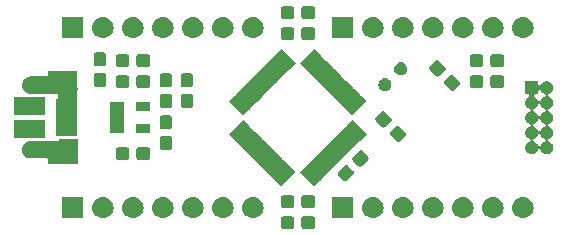
<source format=gts>
G04 #@! TF.GenerationSoftware,KiCad,Pcbnew,(5.1.2)-2*
G04 #@! TF.CreationDate,2019-11-25T16:57:55+01:00*
G04 #@! TF.ProjectId,nanoSAMD21E18v1,6e616e6f-5341-44d4-9432-314531387631,rev?*
G04 #@! TF.SameCoordinates,Original*
G04 #@! TF.FileFunction,Soldermask,Top*
G04 #@! TF.FilePolarity,Negative*
%FSLAX46Y46*%
G04 Gerber Fmt 4.6, Leading zero omitted, Abs format (unit mm)*
G04 Created by KiCad (PCBNEW (5.1.2)-2) date 2019-11-25 16:57:55*
%MOMM*%
%LPD*%
G04 APERTURE LIST*
%ADD10C,0.100000*%
G04 APERTURE END LIST*
D10*
G36*
X146069499Y-102094445D02*
G01*
X146106995Y-102105820D01*
X146141554Y-102124292D01*
X146171847Y-102149153D01*
X146196708Y-102179446D01*
X146215180Y-102214005D01*
X146226555Y-102251501D01*
X146231000Y-102296638D01*
X146231000Y-102935362D01*
X146226555Y-102980499D01*
X146215180Y-103017995D01*
X146196708Y-103052554D01*
X146171847Y-103082847D01*
X146141554Y-103107708D01*
X146106995Y-103126180D01*
X146069499Y-103137555D01*
X146024362Y-103142000D01*
X145285638Y-103142000D01*
X145240501Y-103137555D01*
X145203005Y-103126180D01*
X145168446Y-103107708D01*
X145138153Y-103082847D01*
X145113292Y-103052554D01*
X145094820Y-103017995D01*
X145083445Y-102980499D01*
X145079000Y-102935362D01*
X145079000Y-102296638D01*
X145083445Y-102251501D01*
X145094820Y-102214005D01*
X145113292Y-102179446D01*
X145138153Y-102149153D01*
X145168446Y-102124292D01*
X145203005Y-102105820D01*
X145240501Y-102094445D01*
X145285638Y-102090000D01*
X146024362Y-102090000D01*
X146069499Y-102094445D01*
X146069499Y-102094445D01*
G37*
G36*
X144319499Y-102094445D02*
G01*
X144356995Y-102105820D01*
X144391554Y-102124292D01*
X144421847Y-102149153D01*
X144446708Y-102179446D01*
X144465180Y-102214005D01*
X144476555Y-102251501D01*
X144481000Y-102296638D01*
X144481000Y-102935362D01*
X144476555Y-102980499D01*
X144465180Y-103017995D01*
X144446708Y-103052554D01*
X144421847Y-103082847D01*
X144391554Y-103107708D01*
X144356995Y-103126180D01*
X144319499Y-103137555D01*
X144274362Y-103142000D01*
X143535638Y-103142000D01*
X143490501Y-103137555D01*
X143453005Y-103126180D01*
X143418446Y-103107708D01*
X143388153Y-103082847D01*
X143363292Y-103052554D01*
X143344820Y-103017995D01*
X143333445Y-102980499D01*
X143329000Y-102935362D01*
X143329000Y-102296638D01*
X143333445Y-102251501D01*
X143344820Y-102214005D01*
X143363292Y-102179446D01*
X143388153Y-102149153D01*
X143418446Y-102124292D01*
X143453005Y-102105820D01*
X143490501Y-102094445D01*
X143535638Y-102090000D01*
X144274362Y-102090000D01*
X144319499Y-102094445D01*
X144319499Y-102094445D01*
G37*
G36*
X151240443Y-100451519D02*
G01*
X151306627Y-100458037D01*
X151476466Y-100509557D01*
X151632991Y-100593222D01*
X151668729Y-100622552D01*
X151770186Y-100705814D01*
X151853448Y-100807271D01*
X151882778Y-100843009D01*
X151966443Y-100999534D01*
X152017963Y-101169373D01*
X152035359Y-101346000D01*
X152017963Y-101522627D01*
X151966443Y-101692466D01*
X151882778Y-101848991D01*
X151853448Y-101884729D01*
X151770186Y-101986186D01*
X151668729Y-102069448D01*
X151632991Y-102098778D01*
X151476466Y-102182443D01*
X151306627Y-102233963D01*
X151240443Y-102240481D01*
X151174260Y-102247000D01*
X151085740Y-102247000D01*
X151019557Y-102240481D01*
X150953373Y-102233963D01*
X150783534Y-102182443D01*
X150627009Y-102098778D01*
X150591271Y-102069448D01*
X150489814Y-101986186D01*
X150406552Y-101884729D01*
X150377222Y-101848991D01*
X150293557Y-101692466D01*
X150242037Y-101522627D01*
X150224641Y-101346000D01*
X150242037Y-101169373D01*
X150293557Y-100999534D01*
X150377222Y-100843009D01*
X150406552Y-100807271D01*
X150489814Y-100705814D01*
X150591271Y-100622552D01*
X150627009Y-100593222D01*
X150783534Y-100509557D01*
X150953373Y-100458037D01*
X151019557Y-100451519D01*
X151085740Y-100445000D01*
X151174260Y-100445000D01*
X151240443Y-100451519D01*
X151240443Y-100451519D01*
G37*
G36*
X163940443Y-100451519D02*
G01*
X164006627Y-100458037D01*
X164176466Y-100509557D01*
X164332991Y-100593222D01*
X164368729Y-100622552D01*
X164470186Y-100705814D01*
X164553448Y-100807271D01*
X164582778Y-100843009D01*
X164666443Y-100999534D01*
X164717963Y-101169373D01*
X164735359Y-101346000D01*
X164717963Y-101522627D01*
X164666443Y-101692466D01*
X164582778Y-101848991D01*
X164553448Y-101884729D01*
X164470186Y-101986186D01*
X164368729Y-102069448D01*
X164332991Y-102098778D01*
X164176466Y-102182443D01*
X164006627Y-102233963D01*
X163940443Y-102240481D01*
X163874260Y-102247000D01*
X163785740Y-102247000D01*
X163719557Y-102240481D01*
X163653373Y-102233963D01*
X163483534Y-102182443D01*
X163327009Y-102098778D01*
X163291271Y-102069448D01*
X163189814Y-101986186D01*
X163106552Y-101884729D01*
X163077222Y-101848991D01*
X162993557Y-101692466D01*
X162942037Y-101522627D01*
X162924641Y-101346000D01*
X162942037Y-101169373D01*
X162993557Y-100999534D01*
X163077222Y-100843009D01*
X163106552Y-100807271D01*
X163189814Y-100705814D01*
X163291271Y-100622552D01*
X163327009Y-100593222D01*
X163483534Y-100509557D01*
X163653373Y-100458037D01*
X163719557Y-100451519D01*
X163785740Y-100445000D01*
X163874260Y-100445000D01*
X163940443Y-100451519D01*
X163940443Y-100451519D01*
G37*
G36*
X161400443Y-100451519D02*
G01*
X161466627Y-100458037D01*
X161636466Y-100509557D01*
X161792991Y-100593222D01*
X161828729Y-100622552D01*
X161930186Y-100705814D01*
X162013448Y-100807271D01*
X162042778Y-100843009D01*
X162126443Y-100999534D01*
X162177963Y-101169373D01*
X162195359Y-101346000D01*
X162177963Y-101522627D01*
X162126443Y-101692466D01*
X162042778Y-101848991D01*
X162013448Y-101884729D01*
X161930186Y-101986186D01*
X161828729Y-102069448D01*
X161792991Y-102098778D01*
X161636466Y-102182443D01*
X161466627Y-102233963D01*
X161400443Y-102240481D01*
X161334260Y-102247000D01*
X161245740Y-102247000D01*
X161179557Y-102240481D01*
X161113373Y-102233963D01*
X160943534Y-102182443D01*
X160787009Y-102098778D01*
X160751271Y-102069448D01*
X160649814Y-101986186D01*
X160566552Y-101884729D01*
X160537222Y-101848991D01*
X160453557Y-101692466D01*
X160402037Y-101522627D01*
X160384641Y-101346000D01*
X160402037Y-101169373D01*
X160453557Y-100999534D01*
X160537222Y-100843009D01*
X160566552Y-100807271D01*
X160649814Y-100705814D01*
X160751271Y-100622552D01*
X160787009Y-100593222D01*
X160943534Y-100509557D01*
X161113373Y-100458037D01*
X161179557Y-100451519D01*
X161245740Y-100445000D01*
X161334260Y-100445000D01*
X161400443Y-100451519D01*
X161400443Y-100451519D01*
G37*
G36*
X158860443Y-100451519D02*
G01*
X158926627Y-100458037D01*
X159096466Y-100509557D01*
X159252991Y-100593222D01*
X159288729Y-100622552D01*
X159390186Y-100705814D01*
X159473448Y-100807271D01*
X159502778Y-100843009D01*
X159586443Y-100999534D01*
X159637963Y-101169373D01*
X159655359Y-101346000D01*
X159637963Y-101522627D01*
X159586443Y-101692466D01*
X159502778Y-101848991D01*
X159473448Y-101884729D01*
X159390186Y-101986186D01*
X159288729Y-102069448D01*
X159252991Y-102098778D01*
X159096466Y-102182443D01*
X158926627Y-102233963D01*
X158860443Y-102240481D01*
X158794260Y-102247000D01*
X158705740Y-102247000D01*
X158639557Y-102240481D01*
X158573373Y-102233963D01*
X158403534Y-102182443D01*
X158247009Y-102098778D01*
X158211271Y-102069448D01*
X158109814Y-101986186D01*
X158026552Y-101884729D01*
X157997222Y-101848991D01*
X157913557Y-101692466D01*
X157862037Y-101522627D01*
X157844641Y-101346000D01*
X157862037Y-101169373D01*
X157913557Y-100999534D01*
X157997222Y-100843009D01*
X158026552Y-100807271D01*
X158109814Y-100705814D01*
X158211271Y-100622552D01*
X158247009Y-100593222D01*
X158403534Y-100509557D01*
X158573373Y-100458037D01*
X158639557Y-100451519D01*
X158705740Y-100445000D01*
X158794260Y-100445000D01*
X158860443Y-100451519D01*
X158860443Y-100451519D01*
G37*
G36*
X156320443Y-100451519D02*
G01*
X156386627Y-100458037D01*
X156556466Y-100509557D01*
X156712991Y-100593222D01*
X156748729Y-100622552D01*
X156850186Y-100705814D01*
X156933448Y-100807271D01*
X156962778Y-100843009D01*
X157046443Y-100999534D01*
X157097963Y-101169373D01*
X157115359Y-101346000D01*
X157097963Y-101522627D01*
X157046443Y-101692466D01*
X156962778Y-101848991D01*
X156933448Y-101884729D01*
X156850186Y-101986186D01*
X156748729Y-102069448D01*
X156712991Y-102098778D01*
X156556466Y-102182443D01*
X156386627Y-102233963D01*
X156320443Y-102240481D01*
X156254260Y-102247000D01*
X156165740Y-102247000D01*
X156099557Y-102240481D01*
X156033373Y-102233963D01*
X155863534Y-102182443D01*
X155707009Y-102098778D01*
X155671271Y-102069448D01*
X155569814Y-101986186D01*
X155486552Y-101884729D01*
X155457222Y-101848991D01*
X155373557Y-101692466D01*
X155322037Y-101522627D01*
X155304641Y-101346000D01*
X155322037Y-101169373D01*
X155373557Y-100999534D01*
X155457222Y-100843009D01*
X155486552Y-100807271D01*
X155569814Y-100705814D01*
X155671271Y-100622552D01*
X155707009Y-100593222D01*
X155863534Y-100509557D01*
X156033373Y-100458037D01*
X156099557Y-100451519D01*
X156165740Y-100445000D01*
X156254260Y-100445000D01*
X156320443Y-100451519D01*
X156320443Y-100451519D01*
G37*
G36*
X153780443Y-100451519D02*
G01*
X153846627Y-100458037D01*
X154016466Y-100509557D01*
X154172991Y-100593222D01*
X154208729Y-100622552D01*
X154310186Y-100705814D01*
X154393448Y-100807271D01*
X154422778Y-100843009D01*
X154506443Y-100999534D01*
X154557963Y-101169373D01*
X154575359Y-101346000D01*
X154557963Y-101522627D01*
X154506443Y-101692466D01*
X154422778Y-101848991D01*
X154393448Y-101884729D01*
X154310186Y-101986186D01*
X154208729Y-102069448D01*
X154172991Y-102098778D01*
X154016466Y-102182443D01*
X153846627Y-102233963D01*
X153780443Y-102240481D01*
X153714260Y-102247000D01*
X153625740Y-102247000D01*
X153559557Y-102240481D01*
X153493373Y-102233963D01*
X153323534Y-102182443D01*
X153167009Y-102098778D01*
X153131271Y-102069448D01*
X153029814Y-101986186D01*
X152946552Y-101884729D01*
X152917222Y-101848991D01*
X152833557Y-101692466D01*
X152782037Y-101522627D01*
X152764641Y-101346000D01*
X152782037Y-101169373D01*
X152833557Y-100999534D01*
X152917222Y-100843009D01*
X152946552Y-100807271D01*
X153029814Y-100705814D01*
X153131271Y-100622552D01*
X153167009Y-100593222D01*
X153323534Y-100509557D01*
X153493373Y-100458037D01*
X153559557Y-100451519D01*
X153625740Y-100445000D01*
X153714260Y-100445000D01*
X153780443Y-100451519D01*
X153780443Y-100451519D01*
G37*
G36*
X149491000Y-102247000D02*
G01*
X147689000Y-102247000D01*
X147689000Y-100445000D01*
X149491000Y-100445000D01*
X149491000Y-102247000D01*
X149491000Y-102247000D01*
G37*
G36*
X141080443Y-100451519D02*
G01*
X141146627Y-100458037D01*
X141316466Y-100509557D01*
X141472991Y-100593222D01*
X141508729Y-100622552D01*
X141610186Y-100705814D01*
X141693448Y-100807271D01*
X141722778Y-100843009D01*
X141806443Y-100999534D01*
X141857963Y-101169373D01*
X141875359Y-101346000D01*
X141857963Y-101522627D01*
X141806443Y-101692466D01*
X141722778Y-101848991D01*
X141693448Y-101884729D01*
X141610186Y-101986186D01*
X141508729Y-102069448D01*
X141472991Y-102098778D01*
X141316466Y-102182443D01*
X141146627Y-102233963D01*
X141080443Y-102240481D01*
X141014260Y-102247000D01*
X140925740Y-102247000D01*
X140859557Y-102240481D01*
X140793373Y-102233963D01*
X140623534Y-102182443D01*
X140467009Y-102098778D01*
X140431271Y-102069448D01*
X140329814Y-101986186D01*
X140246552Y-101884729D01*
X140217222Y-101848991D01*
X140133557Y-101692466D01*
X140082037Y-101522627D01*
X140064641Y-101346000D01*
X140082037Y-101169373D01*
X140133557Y-100999534D01*
X140217222Y-100843009D01*
X140246552Y-100807271D01*
X140329814Y-100705814D01*
X140431271Y-100622552D01*
X140467009Y-100593222D01*
X140623534Y-100509557D01*
X140793373Y-100458037D01*
X140859557Y-100451519D01*
X140925740Y-100445000D01*
X141014260Y-100445000D01*
X141080443Y-100451519D01*
X141080443Y-100451519D01*
G37*
G36*
X138540443Y-100451519D02*
G01*
X138606627Y-100458037D01*
X138776466Y-100509557D01*
X138932991Y-100593222D01*
X138968729Y-100622552D01*
X139070186Y-100705814D01*
X139153448Y-100807271D01*
X139182778Y-100843009D01*
X139266443Y-100999534D01*
X139317963Y-101169373D01*
X139335359Y-101346000D01*
X139317963Y-101522627D01*
X139266443Y-101692466D01*
X139182778Y-101848991D01*
X139153448Y-101884729D01*
X139070186Y-101986186D01*
X138968729Y-102069448D01*
X138932991Y-102098778D01*
X138776466Y-102182443D01*
X138606627Y-102233963D01*
X138540443Y-102240481D01*
X138474260Y-102247000D01*
X138385740Y-102247000D01*
X138319557Y-102240481D01*
X138253373Y-102233963D01*
X138083534Y-102182443D01*
X137927009Y-102098778D01*
X137891271Y-102069448D01*
X137789814Y-101986186D01*
X137706552Y-101884729D01*
X137677222Y-101848991D01*
X137593557Y-101692466D01*
X137542037Y-101522627D01*
X137524641Y-101346000D01*
X137542037Y-101169373D01*
X137593557Y-100999534D01*
X137677222Y-100843009D01*
X137706552Y-100807271D01*
X137789814Y-100705814D01*
X137891271Y-100622552D01*
X137927009Y-100593222D01*
X138083534Y-100509557D01*
X138253373Y-100458037D01*
X138319557Y-100451519D01*
X138385740Y-100445000D01*
X138474260Y-100445000D01*
X138540443Y-100451519D01*
X138540443Y-100451519D01*
G37*
G36*
X136000443Y-100451519D02*
G01*
X136066627Y-100458037D01*
X136236466Y-100509557D01*
X136392991Y-100593222D01*
X136428729Y-100622552D01*
X136530186Y-100705814D01*
X136613448Y-100807271D01*
X136642778Y-100843009D01*
X136726443Y-100999534D01*
X136777963Y-101169373D01*
X136795359Y-101346000D01*
X136777963Y-101522627D01*
X136726443Y-101692466D01*
X136642778Y-101848991D01*
X136613448Y-101884729D01*
X136530186Y-101986186D01*
X136428729Y-102069448D01*
X136392991Y-102098778D01*
X136236466Y-102182443D01*
X136066627Y-102233963D01*
X136000443Y-102240481D01*
X135934260Y-102247000D01*
X135845740Y-102247000D01*
X135779557Y-102240481D01*
X135713373Y-102233963D01*
X135543534Y-102182443D01*
X135387009Y-102098778D01*
X135351271Y-102069448D01*
X135249814Y-101986186D01*
X135166552Y-101884729D01*
X135137222Y-101848991D01*
X135053557Y-101692466D01*
X135002037Y-101522627D01*
X134984641Y-101346000D01*
X135002037Y-101169373D01*
X135053557Y-100999534D01*
X135137222Y-100843009D01*
X135166552Y-100807271D01*
X135249814Y-100705814D01*
X135351271Y-100622552D01*
X135387009Y-100593222D01*
X135543534Y-100509557D01*
X135713373Y-100458037D01*
X135779557Y-100451519D01*
X135845740Y-100445000D01*
X135934260Y-100445000D01*
X136000443Y-100451519D01*
X136000443Y-100451519D01*
G37*
G36*
X133460443Y-100451519D02*
G01*
X133526627Y-100458037D01*
X133696466Y-100509557D01*
X133852991Y-100593222D01*
X133888729Y-100622552D01*
X133990186Y-100705814D01*
X134073448Y-100807271D01*
X134102778Y-100843009D01*
X134186443Y-100999534D01*
X134237963Y-101169373D01*
X134255359Y-101346000D01*
X134237963Y-101522627D01*
X134186443Y-101692466D01*
X134102778Y-101848991D01*
X134073448Y-101884729D01*
X133990186Y-101986186D01*
X133888729Y-102069448D01*
X133852991Y-102098778D01*
X133696466Y-102182443D01*
X133526627Y-102233963D01*
X133460443Y-102240481D01*
X133394260Y-102247000D01*
X133305740Y-102247000D01*
X133239557Y-102240481D01*
X133173373Y-102233963D01*
X133003534Y-102182443D01*
X132847009Y-102098778D01*
X132811271Y-102069448D01*
X132709814Y-101986186D01*
X132626552Y-101884729D01*
X132597222Y-101848991D01*
X132513557Y-101692466D01*
X132462037Y-101522627D01*
X132444641Y-101346000D01*
X132462037Y-101169373D01*
X132513557Y-100999534D01*
X132597222Y-100843009D01*
X132626552Y-100807271D01*
X132709814Y-100705814D01*
X132811271Y-100622552D01*
X132847009Y-100593222D01*
X133003534Y-100509557D01*
X133173373Y-100458037D01*
X133239557Y-100451519D01*
X133305740Y-100445000D01*
X133394260Y-100445000D01*
X133460443Y-100451519D01*
X133460443Y-100451519D01*
G37*
G36*
X130920443Y-100451519D02*
G01*
X130986627Y-100458037D01*
X131156466Y-100509557D01*
X131312991Y-100593222D01*
X131348729Y-100622552D01*
X131450186Y-100705814D01*
X131533448Y-100807271D01*
X131562778Y-100843009D01*
X131646443Y-100999534D01*
X131697963Y-101169373D01*
X131715359Y-101346000D01*
X131697963Y-101522627D01*
X131646443Y-101692466D01*
X131562778Y-101848991D01*
X131533448Y-101884729D01*
X131450186Y-101986186D01*
X131348729Y-102069448D01*
X131312991Y-102098778D01*
X131156466Y-102182443D01*
X130986627Y-102233963D01*
X130920443Y-102240481D01*
X130854260Y-102247000D01*
X130765740Y-102247000D01*
X130699557Y-102240481D01*
X130633373Y-102233963D01*
X130463534Y-102182443D01*
X130307009Y-102098778D01*
X130271271Y-102069448D01*
X130169814Y-101986186D01*
X130086552Y-101884729D01*
X130057222Y-101848991D01*
X129973557Y-101692466D01*
X129922037Y-101522627D01*
X129904641Y-101346000D01*
X129922037Y-101169373D01*
X129973557Y-100999534D01*
X130057222Y-100843009D01*
X130086552Y-100807271D01*
X130169814Y-100705814D01*
X130271271Y-100622552D01*
X130307009Y-100593222D01*
X130463534Y-100509557D01*
X130633373Y-100458037D01*
X130699557Y-100451519D01*
X130765740Y-100445000D01*
X130854260Y-100445000D01*
X130920443Y-100451519D01*
X130920443Y-100451519D01*
G37*
G36*
X128380443Y-100451519D02*
G01*
X128446627Y-100458037D01*
X128616466Y-100509557D01*
X128772991Y-100593222D01*
X128808729Y-100622552D01*
X128910186Y-100705814D01*
X128993448Y-100807271D01*
X129022778Y-100843009D01*
X129106443Y-100999534D01*
X129157963Y-101169373D01*
X129175359Y-101346000D01*
X129157963Y-101522627D01*
X129106443Y-101692466D01*
X129022778Y-101848991D01*
X128993448Y-101884729D01*
X128910186Y-101986186D01*
X128808729Y-102069448D01*
X128772991Y-102098778D01*
X128616466Y-102182443D01*
X128446627Y-102233963D01*
X128380443Y-102240481D01*
X128314260Y-102247000D01*
X128225740Y-102247000D01*
X128159557Y-102240481D01*
X128093373Y-102233963D01*
X127923534Y-102182443D01*
X127767009Y-102098778D01*
X127731271Y-102069448D01*
X127629814Y-101986186D01*
X127546552Y-101884729D01*
X127517222Y-101848991D01*
X127433557Y-101692466D01*
X127382037Y-101522627D01*
X127364641Y-101346000D01*
X127382037Y-101169373D01*
X127433557Y-100999534D01*
X127517222Y-100843009D01*
X127546552Y-100807271D01*
X127629814Y-100705814D01*
X127731271Y-100622552D01*
X127767009Y-100593222D01*
X127923534Y-100509557D01*
X128093373Y-100458037D01*
X128159557Y-100451519D01*
X128225740Y-100445000D01*
X128314260Y-100445000D01*
X128380443Y-100451519D01*
X128380443Y-100451519D01*
G37*
G36*
X126631000Y-102247000D02*
G01*
X124829000Y-102247000D01*
X124829000Y-100445000D01*
X126631000Y-100445000D01*
X126631000Y-102247000D01*
X126631000Y-102247000D01*
G37*
G36*
X146069499Y-100316445D02*
G01*
X146106995Y-100327820D01*
X146141554Y-100346292D01*
X146171847Y-100371153D01*
X146196708Y-100401446D01*
X146215180Y-100436005D01*
X146226555Y-100473501D01*
X146231000Y-100518638D01*
X146231000Y-101157362D01*
X146226555Y-101202499D01*
X146215180Y-101239995D01*
X146196708Y-101274554D01*
X146171847Y-101304847D01*
X146141554Y-101329708D01*
X146106995Y-101348180D01*
X146069499Y-101359555D01*
X146024362Y-101364000D01*
X145285638Y-101364000D01*
X145240501Y-101359555D01*
X145203005Y-101348180D01*
X145168446Y-101329708D01*
X145138153Y-101304847D01*
X145113292Y-101274554D01*
X145094820Y-101239995D01*
X145083445Y-101202499D01*
X145079000Y-101157362D01*
X145079000Y-100518638D01*
X145083445Y-100473501D01*
X145094820Y-100436005D01*
X145113292Y-100401446D01*
X145138153Y-100371153D01*
X145168446Y-100346292D01*
X145203005Y-100327820D01*
X145240501Y-100316445D01*
X145285638Y-100312000D01*
X146024362Y-100312000D01*
X146069499Y-100316445D01*
X146069499Y-100316445D01*
G37*
G36*
X144319499Y-100316445D02*
G01*
X144356995Y-100327820D01*
X144391554Y-100346292D01*
X144421847Y-100371153D01*
X144446708Y-100401446D01*
X144465180Y-100436005D01*
X144476555Y-100473501D01*
X144481000Y-100518638D01*
X144481000Y-101157362D01*
X144476555Y-101202499D01*
X144465180Y-101239995D01*
X144446708Y-101274554D01*
X144421847Y-101304847D01*
X144391554Y-101329708D01*
X144356995Y-101348180D01*
X144319499Y-101359555D01*
X144274362Y-101364000D01*
X143535638Y-101364000D01*
X143490501Y-101359555D01*
X143453005Y-101348180D01*
X143418446Y-101329708D01*
X143388153Y-101304847D01*
X143363292Y-101274554D01*
X143344820Y-101239995D01*
X143333445Y-101202499D01*
X143329000Y-101157362D01*
X143329000Y-100518638D01*
X143333445Y-100473501D01*
X143344820Y-100436005D01*
X143363292Y-100401446D01*
X143388153Y-100371153D01*
X143418446Y-100346292D01*
X143453005Y-100327820D01*
X143490501Y-100316445D01*
X143535638Y-100312000D01*
X144274362Y-100312000D01*
X144319499Y-100316445D01*
X144319499Y-100316445D01*
G37*
G36*
X140627162Y-94380074D02*
G01*
X140627162Y-94380075D01*
X140643426Y-94396339D01*
X140643432Y-94396344D01*
X140731814Y-94484726D01*
X140731814Y-94484725D01*
X141192848Y-94945759D01*
X141192848Y-94945760D01*
X141281230Y-95034142D01*
X141281235Y-95034148D01*
X141297499Y-95050412D01*
X141297499Y-95050411D01*
X141758533Y-95511445D01*
X141758533Y-95511446D01*
X141863184Y-95616097D01*
X141863184Y-95616096D01*
X142324218Y-96077130D01*
X142324218Y-96077131D01*
X142428870Y-96181783D01*
X142428870Y-96181782D01*
X142889904Y-96642816D01*
X142889904Y-96642817D01*
X142994555Y-96747468D01*
X142994555Y-96747467D01*
X143455589Y-97208501D01*
X143455589Y-97208502D01*
X143471853Y-97224766D01*
X143471859Y-97224771D01*
X143560241Y-97313153D01*
X143560241Y-97313152D01*
X144021275Y-97774186D01*
X144021275Y-97774187D01*
X144109657Y-97862569D01*
X144109662Y-97862575D01*
X144125926Y-97878839D01*
X144125926Y-97878838D01*
X144586960Y-98339872D01*
X143383464Y-99543368D01*
X142922430Y-99082334D01*
X142922431Y-99082334D01*
X142834049Y-98993952D01*
X142834044Y-98993946D01*
X142817780Y-98977682D01*
X142817779Y-98977682D01*
X142356745Y-98516648D01*
X142356746Y-98516648D01*
X142340482Y-98500384D01*
X142340476Y-98500379D01*
X142252094Y-98411997D01*
X142252093Y-98411997D01*
X141791059Y-97950963D01*
X141791060Y-97950963D01*
X141686409Y-97846312D01*
X141686408Y-97846312D01*
X141225374Y-97385278D01*
X141225375Y-97385278D01*
X141120723Y-97280626D01*
X141120722Y-97280626D01*
X140659688Y-96819592D01*
X140659689Y-96819592D01*
X140555038Y-96714941D01*
X140555037Y-96714941D01*
X140094003Y-96253907D01*
X140094004Y-96253907D01*
X140005622Y-96165525D01*
X140005617Y-96165519D01*
X139989353Y-96149255D01*
X139989352Y-96149255D01*
X139528318Y-95688221D01*
X139528319Y-95688221D01*
X139512055Y-95671957D01*
X139512049Y-95671952D01*
X139423667Y-95583570D01*
X139423666Y-95583570D01*
X138962632Y-95122536D01*
X140166128Y-93919040D01*
X140627162Y-94380074D01*
X140627162Y-94380074D01*
G37*
G36*
X150597368Y-95122536D02*
G01*
X150136334Y-95583570D01*
X150031682Y-95688221D01*
X149570648Y-96149255D01*
X149465997Y-96253907D01*
X147307907Y-98411997D01*
X147203255Y-98516648D01*
X146742221Y-98977682D01*
X146637570Y-99082334D01*
X146176536Y-99543368D01*
X144973040Y-98339872D01*
X145434074Y-97878838D01*
X145434075Y-97878839D01*
X145450339Y-97862575D01*
X145450348Y-97862564D01*
X145538726Y-97774187D01*
X145538725Y-97774186D01*
X145999759Y-97313152D01*
X145999760Y-97313153D01*
X146088137Y-97224775D01*
X146088148Y-97224766D01*
X146104412Y-97208502D01*
X146104411Y-97208501D01*
X146565445Y-96747467D01*
X146565446Y-96747468D01*
X146653833Y-96659080D01*
X146670097Y-96642817D01*
X146670096Y-96642816D01*
X147131130Y-96181782D01*
X147131131Y-96181783D01*
X147235783Y-96077131D01*
X147235782Y-96077130D01*
X147696816Y-95616096D01*
X147696817Y-95616097D01*
X147785204Y-95527709D01*
X147801468Y-95511446D01*
X147801467Y-95511445D01*
X148262501Y-95050411D01*
X148262502Y-95050412D01*
X148278766Y-95034148D01*
X148278775Y-95034137D01*
X148367153Y-94945760D01*
X148367152Y-94945759D01*
X148828186Y-94484725D01*
X148828187Y-94484726D01*
X148916564Y-94396348D01*
X148916575Y-94396339D01*
X148932839Y-94380075D01*
X148932838Y-94380074D01*
X149393872Y-93919040D01*
X150597368Y-95122536D01*
X150597368Y-95122536D01*
G37*
G36*
X148918354Y-97733263D02*
G01*
X148955850Y-97744638D01*
X148990409Y-97763110D01*
X149025473Y-97791886D01*
X149477114Y-98243527D01*
X149505890Y-98278591D01*
X149524362Y-98313150D01*
X149535737Y-98350646D01*
X149539577Y-98389645D01*
X149535737Y-98428644D01*
X149524362Y-98466140D01*
X149505890Y-98500699D01*
X149477114Y-98535763D01*
X148954763Y-99058114D01*
X148919699Y-99086890D01*
X148885140Y-99105362D01*
X148847644Y-99116737D01*
X148808645Y-99120577D01*
X148769646Y-99116737D01*
X148732150Y-99105362D01*
X148697591Y-99086890D01*
X148662527Y-99058114D01*
X148210886Y-98606473D01*
X148182110Y-98571409D01*
X148163638Y-98536850D01*
X148152263Y-98499354D01*
X148148423Y-98460355D01*
X148152263Y-98421356D01*
X148163638Y-98383860D01*
X148182110Y-98349301D01*
X148210886Y-98314237D01*
X148733237Y-97791886D01*
X148768301Y-97763110D01*
X148802860Y-97744638D01*
X148840356Y-97733263D01*
X148879355Y-97729423D01*
X148918354Y-97733263D01*
X148918354Y-97733263D01*
G37*
G36*
X150155790Y-96495827D02*
G01*
X150193286Y-96507202D01*
X150227845Y-96525674D01*
X150262909Y-96554450D01*
X150714550Y-97006091D01*
X150743326Y-97041155D01*
X150761798Y-97075714D01*
X150773173Y-97113210D01*
X150777013Y-97152209D01*
X150773173Y-97191208D01*
X150761798Y-97228704D01*
X150743326Y-97263263D01*
X150714550Y-97298327D01*
X150192199Y-97820678D01*
X150157135Y-97849454D01*
X150122576Y-97867926D01*
X150085080Y-97879301D01*
X150046081Y-97883141D01*
X150007082Y-97879301D01*
X149969586Y-97867926D01*
X149935027Y-97849454D01*
X149899963Y-97820678D01*
X149448322Y-97369037D01*
X149419546Y-97333973D01*
X149401074Y-97299414D01*
X149389699Y-97261918D01*
X149385859Y-97222919D01*
X149389699Y-97183920D01*
X149401074Y-97146424D01*
X149419546Y-97111865D01*
X149448322Y-97076801D01*
X149970673Y-96554450D01*
X150005737Y-96525674D01*
X150040296Y-96507202D01*
X150077792Y-96495827D01*
X150116791Y-96491987D01*
X150155790Y-96495827D01*
X150155790Y-96495827D01*
G37*
G36*
X125646818Y-95528696D02*
G01*
X125699300Y-95544617D01*
X125723333Y-95549398D01*
X125735586Y-95550000D01*
X126130000Y-95550000D01*
X126130000Y-96085341D01*
X126130602Y-96097593D01*
X126132907Y-96121000D01*
X126130602Y-96144407D01*
X126130000Y-96156659D01*
X126130000Y-97652000D01*
X124534999Y-97652000D01*
X124510613Y-97654402D01*
X124487164Y-97661515D01*
X124481579Y-97664500D01*
X123608000Y-97664500D01*
X123608000Y-97301999D01*
X123605598Y-97277613D01*
X123598485Y-97254164D01*
X123586934Y-97232553D01*
X123571389Y-97213611D01*
X123552447Y-97198066D01*
X123530836Y-97186515D01*
X123507387Y-97179402D01*
X123483001Y-97177000D01*
X122154653Y-97177000D01*
X122152447Y-97175190D01*
X122130836Y-97163639D01*
X122107387Y-97156526D01*
X122095255Y-97154726D01*
X122011679Y-97146495D01*
X121874828Y-97104981D01*
X121874825Y-97104980D01*
X121748706Y-97037568D01*
X121638157Y-96946843D01*
X121547432Y-96836294D01*
X121480020Y-96710175D01*
X121464041Y-96657501D01*
X121438505Y-96573321D01*
X121424488Y-96431000D01*
X121438505Y-96288679D01*
X121480019Y-96151828D01*
X121480020Y-96151825D01*
X121547432Y-96025706D01*
X121638157Y-95915157D01*
X121748706Y-95824432D01*
X121874825Y-95757020D01*
X121883195Y-95754481D01*
X122011679Y-95715505D01*
X122082787Y-95708502D01*
X122118340Y-95705000D01*
X122539660Y-95705000D01*
X122646322Y-95715505D01*
X122659876Y-95719617D01*
X122683909Y-95724398D01*
X122696162Y-95725000D01*
X124403001Y-95725000D01*
X124427387Y-95722598D01*
X124450836Y-95715485D01*
X124472447Y-95703934D01*
X124491389Y-95688389D01*
X124506934Y-95669447D01*
X124518485Y-95647836D01*
X124525598Y-95624387D01*
X124528000Y-95600001D01*
X124528000Y-95550000D01*
X124922414Y-95550000D01*
X124946800Y-95547598D01*
X124958700Y-95544617D01*
X125011182Y-95528696D01*
X125099481Y-95520000D01*
X125558519Y-95520000D01*
X125646818Y-95528696D01*
X125646818Y-95528696D01*
G37*
G36*
X130349499Y-96252445D02*
G01*
X130386995Y-96263820D01*
X130421554Y-96282292D01*
X130451847Y-96307153D01*
X130476708Y-96337446D01*
X130495180Y-96372005D01*
X130506555Y-96409501D01*
X130511000Y-96454638D01*
X130511000Y-97093362D01*
X130506555Y-97138499D01*
X130495180Y-97175995D01*
X130476708Y-97210554D01*
X130451847Y-97240847D01*
X130421554Y-97265708D01*
X130386995Y-97284180D01*
X130349499Y-97295555D01*
X130304362Y-97300000D01*
X129565638Y-97300000D01*
X129520501Y-97295555D01*
X129483005Y-97284180D01*
X129448446Y-97265708D01*
X129418153Y-97240847D01*
X129393292Y-97210554D01*
X129374820Y-97175995D01*
X129363445Y-97138499D01*
X129359000Y-97093362D01*
X129359000Y-96454638D01*
X129363445Y-96409501D01*
X129374820Y-96372005D01*
X129393292Y-96337446D01*
X129418153Y-96307153D01*
X129448446Y-96282292D01*
X129483005Y-96263820D01*
X129520501Y-96252445D01*
X129565638Y-96248000D01*
X130304362Y-96248000D01*
X130349499Y-96252445D01*
X130349499Y-96252445D01*
G37*
G36*
X132099499Y-96252445D02*
G01*
X132136995Y-96263820D01*
X132171554Y-96282292D01*
X132201847Y-96307153D01*
X132226708Y-96337446D01*
X132245180Y-96372005D01*
X132256555Y-96409501D01*
X132261000Y-96454638D01*
X132261000Y-97093362D01*
X132256555Y-97138499D01*
X132245180Y-97175995D01*
X132226708Y-97210554D01*
X132201847Y-97240847D01*
X132171554Y-97265708D01*
X132136995Y-97284180D01*
X132099499Y-97295555D01*
X132054362Y-97300000D01*
X131315638Y-97300000D01*
X131270501Y-97295555D01*
X131233005Y-97284180D01*
X131198446Y-97265708D01*
X131168153Y-97240847D01*
X131143292Y-97210554D01*
X131124820Y-97175995D01*
X131113445Y-97138499D01*
X131109000Y-97093362D01*
X131109000Y-96454638D01*
X131113445Y-96409501D01*
X131124820Y-96372005D01*
X131143292Y-96337446D01*
X131168153Y-96307153D01*
X131198446Y-96282292D01*
X131233005Y-96263820D01*
X131270501Y-96252445D01*
X131315638Y-96248000D01*
X132054362Y-96248000D01*
X132099499Y-96252445D01*
X132099499Y-96252445D01*
G37*
G36*
X165143000Y-90863265D02*
G01*
X165145402Y-90887651D01*
X165152515Y-90911100D01*
X165164066Y-90932711D01*
X165179611Y-90951653D01*
X165198553Y-90967198D01*
X165220164Y-90978749D01*
X165243613Y-90985862D01*
X165267999Y-90988264D01*
X165292385Y-90985862D01*
X165315834Y-90978749D01*
X165337445Y-90967198D01*
X165356387Y-90951653D01*
X165371932Y-90932711D01*
X165378233Y-90922198D01*
X165401644Y-90878400D01*
X165470499Y-90794499D01*
X165473103Y-90792362D01*
X165554400Y-90725643D01*
X165623522Y-90688697D01*
X165650121Y-90674479D01*
X165753985Y-90642973D01*
X165834933Y-90635000D01*
X165889067Y-90635000D01*
X165970015Y-90642973D01*
X166073879Y-90674479D01*
X166100478Y-90688697D01*
X166169600Y-90725643D01*
X166253501Y-90794499D01*
X166322357Y-90878400D01*
X166358995Y-90946945D01*
X166373521Y-90974121D01*
X166405027Y-91077985D01*
X166415666Y-91186000D01*
X166405027Y-91294015D01*
X166373521Y-91397879D01*
X166373191Y-91398496D01*
X166322357Y-91493600D01*
X166253501Y-91577501D01*
X166169600Y-91646357D01*
X166101055Y-91682995D01*
X166073879Y-91697521D01*
X166061131Y-91701388D01*
X166038504Y-91710760D01*
X166018130Y-91724374D01*
X166000803Y-91741701D01*
X165987189Y-91762075D01*
X165977812Y-91784714D01*
X165973031Y-91808747D01*
X165973031Y-91833251D01*
X165977811Y-91857285D01*
X165987188Y-91879924D01*
X166000802Y-91900298D01*
X166018129Y-91917625D01*
X166038503Y-91931239D01*
X166061131Y-91940612D01*
X166073879Y-91944479D01*
X166089369Y-91952759D01*
X166169600Y-91995643D01*
X166253501Y-92064499D01*
X166322357Y-92148400D01*
X166358995Y-92216945D01*
X166373521Y-92244121D01*
X166405027Y-92347985D01*
X166415666Y-92456000D01*
X166405027Y-92564015D01*
X166373521Y-92667879D01*
X166373519Y-92667882D01*
X166322357Y-92763600D01*
X166253501Y-92847501D01*
X166169600Y-92916357D01*
X166101055Y-92952995D01*
X166073879Y-92967521D01*
X166061131Y-92971388D01*
X166038504Y-92980760D01*
X166018130Y-92994374D01*
X166000803Y-93011701D01*
X165987189Y-93032075D01*
X165977812Y-93054714D01*
X165973031Y-93078747D01*
X165973031Y-93103251D01*
X165977811Y-93127285D01*
X165987188Y-93149924D01*
X166000802Y-93170298D01*
X166018129Y-93187625D01*
X166038503Y-93201239D01*
X166061131Y-93210612D01*
X166073879Y-93214479D01*
X166101055Y-93229005D01*
X166169600Y-93265643D01*
X166253501Y-93334499D01*
X166322357Y-93418400D01*
X166339247Y-93450000D01*
X166373521Y-93514121D01*
X166405027Y-93617985D01*
X166415666Y-93726000D01*
X166405027Y-93834015D01*
X166373521Y-93937879D01*
X166369725Y-93944981D01*
X166322357Y-94033600D01*
X166253501Y-94117501D01*
X166169600Y-94186357D01*
X166101055Y-94222995D01*
X166073879Y-94237521D01*
X166061131Y-94241388D01*
X166038504Y-94250760D01*
X166018130Y-94264374D01*
X166000803Y-94281701D01*
X165987189Y-94302075D01*
X165977812Y-94324714D01*
X165973031Y-94348747D01*
X165973031Y-94373251D01*
X165977811Y-94397285D01*
X165987188Y-94419924D01*
X166000802Y-94440298D01*
X166018129Y-94457625D01*
X166038503Y-94471239D01*
X166061131Y-94480612D01*
X166073879Y-94484479D01*
X166084885Y-94490362D01*
X166169600Y-94535643D01*
X166253501Y-94604499D01*
X166322357Y-94688400D01*
X166355283Y-94750000D01*
X166373521Y-94784121D01*
X166405027Y-94887985D01*
X166415666Y-94996000D01*
X166405027Y-95104015D01*
X166373521Y-95207879D01*
X166367807Y-95218568D01*
X166322357Y-95303600D01*
X166253501Y-95387501D01*
X166169600Y-95456357D01*
X166101055Y-95492995D01*
X166073879Y-95507521D01*
X166061131Y-95511388D01*
X166038504Y-95520760D01*
X166018130Y-95534374D01*
X166000803Y-95551701D01*
X165987189Y-95572075D01*
X165977812Y-95594714D01*
X165973031Y-95618747D01*
X165973031Y-95643251D01*
X165977811Y-95667285D01*
X165987188Y-95689924D01*
X166000802Y-95710298D01*
X166018129Y-95727625D01*
X166038503Y-95741239D01*
X166061131Y-95750612D01*
X166073879Y-95754479D01*
X166100312Y-95768608D01*
X166169600Y-95805643D01*
X166253501Y-95874499D01*
X166322357Y-95958400D01*
X166346294Y-96003184D01*
X166373521Y-96054121D01*
X166405027Y-96157985D01*
X166415666Y-96266000D01*
X166405027Y-96374015D01*
X166373521Y-96477879D01*
X166373519Y-96477882D01*
X166322357Y-96573600D01*
X166253501Y-96657501D01*
X166169600Y-96726357D01*
X166101055Y-96762995D01*
X166073879Y-96777521D01*
X165970015Y-96809027D01*
X165889067Y-96817000D01*
X165834933Y-96817000D01*
X165753985Y-96809027D01*
X165650121Y-96777521D01*
X165622945Y-96762995D01*
X165554400Y-96726357D01*
X165470499Y-96657501D01*
X165401643Y-96573600D01*
X165350481Y-96477882D01*
X165350479Y-96477879D01*
X165346612Y-96465131D01*
X165337240Y-96442504D01*
X165323626Y-96422130D01*
X165306299Y-96404803D01*
X165285925Y-96391189D01*
X165263286Y-96381812D01*
X165239253Y-96377031D01*
X165214749Y-96377031D01*
X165190715Y-96381811D01*
X165168076Y-96391188D01*
X165147702Y-96404802D01*
X165130375Y-96422129D01*
X165116761Y-96442503D01*
X165107388Y-96465131D01*
X165103521Y-96477879D01*
X165103519Y-96477882D01*
X165052357Y-96573600D01*
X164983501Y-96657501D01*
X164899600Y-96726357D01*
X164831055Y-96762995D01*
X164803879Y-96777521D01*
X164700015Y-96809027D01*
X164619067Y-96817000D01*
X164564933Y-96817000D01*
X164483985Y-96809027D01*
X164380121Y-96777521D01*
X164352945Y-96762995D01*
X164284400Y-96726357D01*
X164200499Y-96657501D01*
X164131643Y-96573600D01*
X164080481Y-96477882D01*
X164080479Y-96477879D01*
X164048973Y-96374015D01*
X164038334Y-96266000D01*
X164048973Y-96157985D01*
X164080479Y-96054121D01*
X164107706Y-96003184D01*
X164131643Y-95958400D01*
X164200499Y-95874499D01*
X164284400Y-95805643D01*
X164353688Y-95768608D01*
X164380121Y-95754479D01*
X164392869Y-95750612D01*
X164415496Y-95741240D01*
X164435870Y-95727626D01*
X164453197Y-95710299D01*
X164466811Y-95689925D01*
X164476188Y-95667286D01*
X164480969Y-95643253D01*
X164480969Y-95618749D01*
X164480969Y-95618747D01*
X164703031Y-95618747D01*
X164703031Y-95643251D01*
X164707811Y-95667285D01*
X164717188Y-95689924D01*
X164730802Y-95710298D01*
X164748129Y-95727625D01*
X164768503Y-95741239D01*
X164791131Y-95750612D01*
X164803879Y-95754479D01*
X164830312Y-95768608D01*
X164899600Y-95805643D01*
X164983501Y-95874499D01*
X165052357Y-95958400D01*
X165076294Y-96003184D01*
X165103521Y-96054121D01*
X165107388Y-96066869D01*
X165116760Y-96089496D01*
X165130374Y-96109870D01*
X165147701Y-96127197D01*
X165168075Y-96140811D01*
X165190714Y-96150188D01*
X165214747Y-96154969D01*
X165239251Y-96154969D01*
X165263285Y-96150189D01*
X165285924Y-96140812D01*
X165306298Y-96127198D01*
X165323625Y-96109871D01*
X165337239Y-96089497D01*
X165346612Y-96066869D01*
X165350479Y-96054121D01*
X165377706Y-96003184D01*
X165401643Y-95958400D01*
X165470499Y-95874499D01*
X165554400Y-95805643D01*
X165623688Y-95768608D01*
X165650121Y-95754479D01*
X165662869Y-95750612D01*
X165685496Y-95741240D01*
X165705870Y-95727626D01*
X165723197Y-95710299D01*
X165736811Y-95689925D01*
X165746188Y-95667286D01*
X165750969Y-95643253D01*
X165750969Y-95618749D01*
X165746189Y-95594715D01*
X165736812Y-95572076D01*
X165723198Y-95551702D01*
X165705871Y-95534375D01*
X165685497Y-95520761D01*
X165662869Y-95511388D01*
X165650121Y-95507521D01*
X165622945Y-95492995D01*
X165554400Y-95456357D01*
X165470499Y-95387501D01*
X165401643Y-95303600D01*
X165356193Y-95218568D01*
X165350479Y-95207879D01*
X165346612Y-95195131D01*
X165337240Y-95172504D01*
X165323626Y-95152130D01*
X165306299Y-95134803D01*
X165285925Y-95121189D01*
X165263286Y-95111812D01*
X165239253Y-95107031D01*
X165214749Y-95107031D01*
X165190715Y-95111811D01*
X165168076Y-95121188D01*
X165147702Y-95134802D01*
X165130375Y-95152129D01*
X165116761Y-95172503D01*
X165107388Y-95195131D01*
X165103521Y-95207879D01*
X165097807Y-95218568D01*
X165052357Y-95303600D01*
X164983501Y-95387501D01*
X164899600Y-95456357D01*
X164831055Y-95492995D01*
X164803879Y-95507521D01*
X164791131Y-95511388D01*
X164768504Y-95520760D01*
X164748130Y-95534374D01*
X164730803Y-95551701D01*
X164717189Y-95572075D01*
X164707812Y-95594714D01*
X164703031Y-95618747D01*
X164480969Y-95618747D01*
X164476189Y-95594715D01*
X164466812Y-95572076D01*
X164453198Y-95551702D01*
X164435871Y-95534375D01*
X164415497Y-95520761D01*
X164392869Y-95511388D01*
X164380121Y-95507521D01*
X164352945Y-95492995D01*
X164284400Y-95456357D01*
X164200499Y-95387501D01*
X164131643Y-95303600D01*
X164086193Y-95218568D01*
X164080479Y-95207879D01*
X164048973Y-95104015D01*
X164038334Y-94996000D01*
X164048973Y-94887985D01*
X164080479Y-94784121D01*
X164098717Y-94750000D01*
X164131643Y-94688400D01*
X164200499Y-94604499D01*
X164284400Y-94535643D01*
X164369115Y-94490362D01*
X164380121Y-94484479D01*
X164392869Y-94480612D01*
X164415496Y-94471240D01*
X164435870Y-94457626D01*
X164453197Y-94440299D01*
X164466811Y-94419925D01*
X164476188Y-94397286D01*
X164480969Y-94373253D01*
X164480969Y-94348749D01*
X164480969Y-94348747D01*
X164703031Y-94348747D01*
X164703031Y-94373251D01*
X164707811Y-94397285D01*
X164717188Y-94419924D01*
X164730802Y-94440298D01*
X164748129Y-94457625D01*
X164768503Y-94471239D01*
X164791131Y-94480612D01*
X164803879Y-94484479D01*
X164814885Y-94490362D01*
X164899600Y-94535643D01*
X164983501Y-94604499D01*
X165052357Y-94688400D01*
X165085283Y-94750000D01*
X165103521Y-94784121D01*
X165107388Y-94796869D01*
X165116760Y-94819496D01*
X165130374Y-94839870D01*
X165147701Y-94857197D01*
X165168075Y-94870811D01*
X165190714Y-94880188D01*
X165214747Y-94884969D01*
X165239251Y-94884969D01*
X165263285Y-94880189D01*
X165285924Y-94870812D01*
X165306298Y-94857198D01*
X165323625Y-94839871D01*
X165337239Y-94819497D01*
X165346612Y-94796869D01*
X165350479Y-94784121D01*
X165368717Y-94750000D01*
X165401643Y-94688400D01*
X165470499Y-94604499D01*
X165554400Y-94535643D01*
X165639115Y-94490362D01*
X165650121Y-94484479D01*
X165662869Y-94480612D01*
X165685496Y-94471240D01*
X165705870Y-94457626D01*
X165723197Y-94440299D01*
X165736811Y-94419925D01*
X165746188Y-94397286D01*
X165750969Y-94373253D01*
X165750969Y-94348749D01*
X165746189Y-94324715D01*
X165736812Y-94302076D01*
X165723198Y-94281702D01*
X165705871Y-94264375D01*
X165685497Y-94250761D01*
X165662869Y-94241388D01*
X165650121Y-94237521D01*
X165622945Y-94222995D01*
X165554400Y-94186357D01*
X165470499Y-94117501D01*
X165401643Y-94033600D01*
X165354275Y-93944981D01*
X165350479Y-93937879D01*
X165346612Y-93925131D01*
X165337240Y-93902504D01*
X165323626Y-93882130D01*
X165306299Y-93864803D01*
X165285925Y-93851189D01*
X165263286Y-93841812D01*
X165239253Y-93837031D01*
X165214749Y-93837031D01*
X165190715Y-93841811D01*
X165168076Y-93851188D01*
X165147702Y-93864802D01*
X165130375Y-93882129D01*
X165116761Y-93902503D01*
X165107388Y-93925131D01*
X165103521Y-93937879D01*
X165099725Y-93944981D01*
X165052357Y-94033600D01*
X164983501Y-94117501D01*
X164899600Y-94186357D01*
X164831055Y-94222995D01*
X164803879Y-94237521D01*
X164791131Y-94241388D01*
X164768504Y-94250760D01*
X164748130Y-94264374D01*
X164730803Y-94281701D01*
X164717189Y-94302075D01*
X164707812Y-94324714D01*
X164703031Y-94348747D01*
X164480969Y-94348747D01*
X164476189Y-94324715D01*
X164466812Y-94302076D01*
X164453198Y-94281702D01*
X164435871Y-94264375D01*
X164415497Y-94250761D01*
X164392869Y-94241388D01*
X164380121Y-94237521D01*
X164352945Y-94222995D01*
X164284400Y-94186357D01*
X164200499Y-94117501D01*
X164131643Y-94033600D01*
X164084275Y-93944981D01*
X164080479Y-93937879D01*
X164048973Y-93834015D01*
X164038334Y-93726000D01*
X164048973Y-93617985D01*
X164080479Y-93514121D01*
X164114753Y-93450000D01*
X164131643Y-93418400D01*
X164200499Y-93334499D01*
X164284400Y-93265643D01*
X164352945Y-93229005D01*
X164380121Y-93214479D01*
X164392869Y-93210612D01*
X164415496Y-93201240D01*
X164435870Y-93187626D01*
X164453197Y-93170299D01*
X164466811Y-93149925D01*
X164476188Y-93127286D01*
X164480969Y-93103253D01*
X164480969Y-93078749D01*
X164480969Y-93078747D01*
X164703031Y-93078747D01*
X164703031Y-93103251D01*
X164707811Y-93127285D01*
X164717188Y-93149924D01*
X164730802Y-93170298D01*
X164748129Y-93187625D01*
X164768503Y-93201239D01*
X164791131Y-93210612D01*
X164803879Y-93214479D01*
X164831055Y-93229005D01*
X164899600Y-93265643D01*
X164983501Y-93334499D01*
X165052357Y-93418400D01*
X165069247Y-93450000D01*
X165103521Y-93514121D01*
X165107388Y-93526869D01*
X165116760Y-93549496D01*
X165130374Y-93569870D01*
X165147701Y-93587197D01*
X165168075Y-93600811D01*
X165190714Y-93610188D01*
X165214747Y-93614969D01*
X165239251Y-93614969D01*
X165263285Y-93610189D01*
X165285924Y-93600812D01*
X165306298Y-93587198D01*
X165323625Y-93569871D01*
X165337239Y-93549497D01*
X165346612Y-93526869D01*
X165350479Y-93514121D01*
X165384753Y-93450000D01*
X165401643Y-93418400D01*
X165470499Y-93334499D01*
X165554400Y-93265643D01*
X165622945Y-93229005D01*
X165650121Y-93214479D01*
X165662869Y-93210612D01*
X165685496Y-93201240D01*
X165705870Y-93187626D01*
X165723197Y-93170299D01*
X165736811Y-93149925D01*
X165746188Y-93127286D01*
X165750969Y-93103253D01*
X165750969Y-93078749D01*
X165746189Y-93054715D01*
X165736812Y-93032076D01*
X165723198Y-93011702D01*
X165705871Y-92994375D01*
X165685497Y-92980761D01*
X165662869Y-92971388D01*
X165650121Y-92967521D01*
X165622945Y-92952995D01*
X165554400Y-92916357D01*
X165470499Y-92847501D01*
X165401643Y-92763600D01*
X165350481Y-92667882D01*
X165350479Y-92667879D01*
X165346612Y-92655131D01*
X165337240Y-92632504D01*
X165323626Y-92612130D01*
X165306299Y-92594803D01*
X165285925Y-92581189D01*
X165263286Y-92571812D01*
X165239253Y-92567031D01*
X165214749Y-92567031D01*
X165190715Y-92571811D01*
X165168076Y-92581188D01*
X165147702Y-92594802D01*
X165130375Y-92612129D01*
X165116761Y-92632503D01*
X165107388Y-92655131D01*
X165103521Y-92667879D01*
X165103519Y-92667882D01*
X165052357Y-92763600D01*
X164983501Y-92847501D01*
X164899600Y-92916357D01*
X164831055Y-92952995D01*
X164803879Y-92967521D01*
X164791131Y-92971388D01*
X164768504Y-92980760D01*
X164748130Y-92994374D01*
X164730803Y-93011701D01*
X164717189Y-93032075D01*
X164707812Y-93054714D01*
X164703031Y-93078747D01*
X164480969Y-93078747D01*
X164476189Y-93054715D01*
X164466812Y-93032076D01*
X164453198Y-93011702D01*
X164435871Y-92994375D01*
X164415497Y-92980761D01*
X164392869Y-92971388D01*
X164380121Y-92967521D01*
X164352945Y-92952995D01*
X164284400Y-92916357D01*
X164200499Y-92847501D01*
X164131643Y-92763600D01*
X164080481Y-92667882D01*
X164080479Y-92667879D01*
X164048973Y-92564015D01*
X164038334Y-92456000D01*
X164048973Y-92347985D01*
X164080479Y-92244121D01*
X164095005Y-92216945D01*
X164131643Y-92148400D01*
X164200499Y-92064499D01*
X164218913Y-92049387D01*
X164284400Y-91995644D01*
X164328193Y-91972236D01*
X164348563Y-91958625D01*
X164365890Y-91941298D01*
X164379504Y-91920924D01*
X164388881Y-91898285D01*
X164393662Y-91874252D01*
X164393662Y-91861999D01*
X164789736Y-91861999D01*
X164792138Y-91886385D01*
X164799251Y-91909834D01*
X164810802Y-91931445D01*
X164826347Y-91950387D01*
X164845289Y-91965932D01*
X164855802Y-91972233D01*
X164899600Y-91995644D01*
X164965087Y-92049387D01*
X164983501Y-92064499D01*
X165052357Y-92148400D01*
X165088995Y-92216945D01*
X165103521Y-92244121D01*
X165107388Y-92256869D01*
X165116760Y-92279496D01*
X165130374Y-92299870D01*
X165147701Y-92317197D01*
X165168075Y-92330811D01*
X165190714Y-92340188D01*
X165214747Y-92344969D01*
X165239251Y-92344969D01*
X165263285Y-92340189D01*
X165285924Y-92330812D01*
X165306298Y-92317198D01*
X165323625Y-92299871D01*
X165337239Y-92279497D01*
X165346612Y-92256869D01*
X165350479Y-92244121D01*
X165365005Y-92216945D01*
X165401643Y-92148400D01*
X165470499Y-92064499D01*
X165554400Y-91995643D01*
X165634631Y-91952759D01*
X165650121Y-91944479D01*
X165662869Y-91940612D01*
X165685496Y-91931240D01*
X165705870Y-91917626D01*
X165723197Y-91900299D01*
X165736811Y-91879925D01*
X165746188Y-91857286D01*
X165750969Y-91833253D01*
X165750969Y-91808749D01*
X165746189Y-91784715D01*
X165736812Y-91762076D01*
X165723198Y-91741702D01*
X165705871Y-91724375D01*
X165685497Y-91710761D01*
X165662869Y-91701388D01*
X165650121Y-91697521D01*
X165622945Y-91682995D01*
X165554400Y-91646357D01*
X165470499Y-91577501D01*
X165401644Y-91493600D01*
X165378236Y-91449807D01*
X165364625Y-91429437D01*
X165347298Y-91412110D01*
X165326924Y-91398496D01*
X165304285Y-91389119D01*
X165280252Y-91384338D01*
X165255748Y-91384338D01*
X165231714Y-91389118D01*
X165209076Y-91398495D01*
X165188701Y-91412109D01*
X165171374Y-91429436D01*
X165157760Y-91449810D01*
X165148383Y-91472449D01*
X165143602Y-91496482D01*
X165143000Y-91508735D01*
X165143000Y-91737000D01*
X164914735Y-91737000D01*
X164890349Y-91739402D01*
X164866900Y-91746515D01*
X164845289Y-91758066D01*
X164826347Y-91773611D01*
X164810802Y-91792553D01*
X164799251Y-91814164D01*
X164792138Y-91837613D01*
X164789736Y-91861999D01*
X164393662Y-91861999D01*
X164393662Y-91849748D01*
X164388882Y-91825714D01*
X164379505Y-91803076D01*
X164365891Y-91782701D01*
X164348564Y-91765374D01*
X164328190Y-91751760D01*
X164305551Y-91742383D01*
X164281518Y-91737602D01*
X164269265Y-91737000D01*
X164041000Y-91737000D01*
X164041000Y-90635000D01*
X165143000Y-90635000D01*
X165143000Y-90863265D01*
X165143000Y-90863265D01*
G37*
G36*
X133968499Y-95299445D02*
G01*
X134005995Y-95310820D01*
X134040554Y-95329292D01*
X134070847Y-95354153D01*
X134095708Y-95384446D01*
X134114180Y-95419005D01*
X134125555Y-95456501D01*
X134130000Y-95501638D01*
X134130000Y-96240362D01*
X134125555Y-96285499D01*
X134114180Y-96322995D01*
X134095708Y-96357554D01*
X134070847Y-96387847D01*
X134040554Y-96412708D01*
X134005995Y-96431180D01*
X133968499Y-96442555D01*
X133923362Y-96447000D01*
X133284638Y-96447000D01*
X133239501Y-96442555D01*
X133202005Y-96431180D01*
X133167446Y-96412708D01*
X133137153Y-96387847D01*
X133112292Y-96357554D01*
X133093820Y-96322995D01*
X133082445Y-96285499D01*
X133078000Y-96240362D01*
X133078000Y-95501638D01*
X133082445Y-95456501D01*
X133093820Y-95419005D01*
X133112292Y-95384446D01*
X133137153Y-95354153D01*
X133167446Y-95329292D01*
X133202005Y-95310820D01*
X133239501Y-95299445D01*
X133284638Y-95295000D01*
X133923362Y-95295000D01*
X133968499Y-95299445D01*
X133968499Y-95299445D01*
G37*
G36*
X153276362Y-94414981D02*
G01*
X153313858Y-94426356D01*
X153348417Y-94444828D01*
X153383481Y-94473604D01*
X153905832Y-94995955D01*
X153934608Y-95031019D01*
X153953080Y-95065578D01*
X153964455Y-95103074D01*
X153968295Y-95142073D01*
X153964455Y-95181072D01*
X153953080Y-95218568D01*
X153934608Y-95253127D01*
X153905832Y-95288191D01*
X153454191Y-95739832D01*
X153419127Y-95768608D01*
X153384568Y-95787080D01*
X153347072Y-95798455D01*
X153308073Y-95802295D01*
X153269074Y-95798455D01*
X153231578Y-95787080D01*
X153197019Y-95768608D01*
X153161955Y-95739832D01*
X152639604Y-95217481D01*
X152610828Y-95182417D01*
X152592356Y-95147858D01*
X152580981Y-95110362D01*
X152577141Y-95071363D01*
X152580981Y-95032364D01*
X152592356Y-94994868D01*
X152610828Y-94960309D01*
X152639604Y-94925245D01*
X153091245Y-94473604D01*
X153126309Y-94444828D01*
X153160868Y-94426356D01*
X153198364Y-94414981D01*
X153237363Y-94411141D01*
X153276362Y-94414981D01*
X153276362Y-94414981D01*
G37*
G36*
X123360000Y-95427000D02*
G01*
X120758000Y-95427000D01*
X120758000Y-93895000D01*
X123360000Y-93895000D01*
X123360000Y-95427000D01*
X123360000Y-95427000D01*
G37*
G36*
X124487164Y-89790485D02*
G01*
X124510613Y-89797598D01*
X124534999Y-89800000D01*
X126110000Y-89800000D01*
X126110000Y-91107379D01*
X126112402Y-91131765D01*
X126115383Y-91143665D01*
X126121304Y-91163182D01*
X126132907Y-91281000D01*
X126121304Y-91398818D01*
X126115383Y-91418335D01*
X126110602Y-91442368D01*
X126110000Y-91454621D01*
X126110000Y-91952759D01*
X126106066Y-91957553D01*
X126094515Y-91979164D01*
X126087402Y-92002613D01*
X126085000Y-92026999D01*
X126085000Y-95252000D01*
X124333000Y-95252000D01*
X124333000Y-92150000D01*
X124383001Y-92150000D01*
X124407387Y-92147598D01*
X124430836Y-92140485D01*
X124452447Y-92128934D01*
X124471389Y-92113389D01*
X124486934Y-92094447D01*
X124498485Y-92072836D01*
X124505598Y-92049387D01*
X124508000Y-92025001D01*
X124508000Y-91839499D01*
X124505598Y-91815113D01*
X124498485Y-91791664D01*
X124486934Y-91770053D01*
X124471389Y-91751111D01*
X124452447Y-91735566D01*
X124430836Y-91724015D01*
X124407387Y-91716902D01*
X124383001Y-91714500D01*
X123545775Y-91714500D01*
X123530836Y-91706515D01*
X123507387Y-91699402D01*
X123483001Y-91697000D01*
X122108950Y-91697000D01*
X122107387Y-91696526D01*
X122095255Y-91694726D01*
X122011679Y-91686495D01*
X121874828Y-91644981D01*
X121874825Y-91644980D01*
X121748706Y-91577568D01*
X121638157Y-91486843D01*
X121547432Y-91376294D01*
X121480020Y-91250175D01*
X121466013Y-91204000D01*
X121438505Y-91113321D01*
X121424488Y-90971000D01*
X121438505Y-90828679D01*
X121480019Y-90691828D01*
X121480020Y-90691825D01*
X121547432Y-90565706D01*
X121638157Y-90455157D01*
X121748706Y-90364432D01*
X121874825Y-90297020D01*
X121874828Y-90297019D01*
X122011679Y-90255505D01*
X122095254Y-90247274D01*
X122106686Y-90245000D01*
X123483001Y-90245000D01*
X123507387Y-90242598D01*
X123530836Y-90235485D01*
X123552447Y-90223934D01*
X123571389Y-90208389D01*
X123586934Y-90189447D01*
X123598485Y-90167836D01*
X123605598Y-90144387D01*
X123608000Y-90120001D01*
X123608000Y-89787500D01*
X124481579Y-89787500D01*
X124487164Y-89790485D01*
X124487164Y-89790485D01*
G37*
G36*
X130037000Y-95052000D02*
G01*
X128875000Y-95052000D01*
X128875000Y-92400000D01*
X130037000Y-92400000D01*
X130037000Y-95052000D01*
X130037000Y-95052000D01*
G37*
G36*
X132237000Y-95052000D02*
G01*
X131075000Y-95052000D01*
X131075000Y-94300000D01*
X132237000Y-94300000D01*
X132237000Y-95052000D01*
X132237000Y-95052000D01*
G37*
G36*
X133968499Y-93549445D02*
G01*
X134005995Y-93560820D01*
X134040554Y-93579292D01*
X134070847Y-93604153D01*
X134095708Y-93634446D01*
X134114180Y-93669005D01*
X134125555Y-93706501D01*
X134130000Y-93751638D01*
X134130000Y-94490362D01*
X134125555Y-94535499D01*
X134114180Y-94572995D01*
X134095708Y-94607554D01*
X134070847Y-94637847D01*
X134040554Y-94662708D01*
X134005995Y-94681180D01*
X133968499Y-94692555D01*
X133923362Y-94697000D01*
X133284638Y-94697000D01*
X133239501Y-94692555D01*
X133202005Y-94681180D01*
X133167446Y-94662708D01*
X133137153Y-94637847D01*
X133112292Y-94607554D01*
X133093820Y-94572995D01*
X133082445Y-94535499D01*
X133078000Y-94490362D01*
X133078000Y-93751638D01*
X133082445Y-93706501D01*
X133093820Y-93669005D01*
X133112292Y-93634446D01*
X133137153Y-93604153D01*
X133167446Y-93579292D01*
X133202005Y-93560820D01*
X133239501Y-93549445D01*
X133284638Y-93545000D01*
X133923362Y-93545000D01*
X133968499Y-93549445D01*
X133968499Y-93549445D01*
G37*
G36*
X152038926Y-93177545D02*
G01*
X152076422Y-93188920D01*
X152110981Y-93207392D01*
X152146045Y-93236168D01*
X152668396Y-93758519D01*
X152697172Y-93793583D01*
X152715644Y-93828142D01*
X152727019Y-93865638D01*
X152730859Y-93904637D01*
X152727019Y-93943636D01*
X152715644Y-93981132D01*
X152697172Y-94015691D01*
X152668396Y-94050755D01*
X152216755Y-94502396D01*
X152181691Y-94531172D01*
X152147132Y-94549644D01*
X152109636Y-94561019D01*
X152070637Y-94564859D01*
X152031638Y-94561019D01*
X151994142Y-94549644D01*
X151959583Y-94531172D01*
X151924519Y-94502396D01*
X151402168Y-93980045D01*
X151373392Y-93944981D01*
X151354920Y-93910422D01*
X151343545Y-93872926D01*
X151339705Y-93833927D01*
X151343545Y-93794928D01*
X151354920Y-93757432D01*
X151373392Y-93722873D01*
X151402168Y-93687809D01*
X151853809Y-93236168D01*
X151888873Y-93207392D01*
X151923432Y-93188920D01*
X151960928Y-93177545D01*
X151999927Y-93173705D01*
X152038926Y-93177545D01*
X152038926Y-93177545D01*
G37*
G36*
X144586960Y-89112128D02*
G01*
X144109662Y-89589426D01*
X144021275Y-89677814D01*
X143560241Y-90138848D01*
X143471853Y-90227235D01*
X142994555Y-90704533D01*
X142906167Y-90792920D01*
X142889904Y-90809184D01*
X141863184Y-91835904D01*
X141774796Y-91924291D01*
X141758533Y-91940555D01*
X141281235Y-92417853D01*
X141192848Y-92506241D01*
X140731814Y-92967275D01*
X140643426Y-93055662D01*
X140166128Y-93532960D01*
X138962632Y-92329464D01*
X139423666Y-91868430D01*
X139423667Y-91868431D01*
X139512044Y-91780053D01*
X139512055Y-91780044D01*
X139528319Y-91763780D01*
X139528318Y-91763779D01*
X139989352Y-91302745D01*
X139989353Y-91302746D01*
X140005617Y-91286482D01*
X140005626Y-91286471D01*
X140094004Y-91198094D01*
X140094003Y-91198093D01*
X140555037Y-90737059D01*
X140555038Y-90737060D01*
X140659689Y-90632409D01*
X140659688Y-90632408D01*
X141120722Y-90171374D01*
X141120723Y-90171375D01*
X141225375Y-90066723D01*
X141225374Y-90066722D01*
X141686408Y-89605688D01*
X141686409Y-89605689D01*
X141791060Y-89501038D01*
X141791059Y-89501037D01*
X142252093Y-89040003D01*
X142252094Y-89040004D01*
X142340471Y-88951626D01*
X142340482Y-88951617D01*
X142356746Y-88935353D01*
X142356745Y-88935352D01*
X142817779Y-88474318D01*
X142817780Y-88474319D01*
X142834044Y-88458055D01*
X142834053Y-88458044D01*
X142922431Y-88369667D01*
X142922430Y-88369666D01*
X143383464Y-87908632D01*
X144586960Y-89112128D01*
X144586960Y-89112128D01*
G37*
G36*
X146637570Y-88369666D02*
G01*
X146637570Y-88369667D01*
X146725952Y-88458049D01*
X146725957Y-88458055D01*
X146742221Y-88474319D01*
X146742221Y-88474318D01*
X147203255Y-88935352D01*
X147203255Y-88935353D01*
X147219519Y-88951617D01*
X147219525Y-88951622D01*
X147307907Y-89040004D01*
X147307907Y-89040003D01*
X147768941Y-89501037D01*
X147768941Y-89501038D01*
X147873592Y-89605689D01*
X147873592Y-89605688D01*
X148334626Y-90066722D01*
X148334626Y-90066723D01*
X148439278Y-90171375D01*
X148439278Y-90171374D01*
X148900312Y-90632408D01*
X148900312Y-90632409D01*
X149004963Y-90737060D01*
X149004963Y-90737059D01*
X149465997Y-91198093D01*
X149465997Y-91198094D01*
X149554379Y-91286476D01*
X149554384Y-91286482D01*
X149570648Y-91302746D01*
X149570648Y-91302745D01*
X150031682Y-91763779D01*
X150031682Y-91763780D01*
X150047946Y-91780044D01*
X150047952Y-91780049D01*
X150136334Y-91868431D01*
X150136334Y-91868430D01*
X150597368Y-92329464D01*
X149393872Y-93532960D01*
X148932838Y-93071926D01*
X148932839Y-93071926D01*
X148916575Y-93055662D01*
X148916569Y-93055657D01*
X148828187Y-92967275D01*
X148828186Y-92967275D01*
X148367152Y-92506241D01*
X148367153Y-92506241D01*
X148278771Y-92417859D01*
X148278766Y-92417853D01*
X148262502Y-92401589D01*
X148262501Y-92401589D01*
X147801467Y-91940555D01*
X147801468Y-91940555D01*
X147696817Y-91835904D01*
X147696816Y-91835904D01*
X147235782Y-91374870D01*
X147235783Y-91374870D01*
X147131131Y-91270218D01*
X147131130Y-91270218D01*
X146670096Y-90809184D01*
X146670097Y-90809184D01*
X146565446Y-90704533D01*
X146565445Y-90704533D01*
X146104411Y-90243499D01*
X146104412Y-90243499D01*
X146088148Y-90227235D01*
X146088142Y-90227230D01*
X145999760Y-90138848D01*
X145999759Y-90138848D01*
X145538725Y-89677814D01*
X145538726Y-89677814D01*
X145450344Y-89589432D01*
X145450339Y-89589426D01*
X145434075Y-89573162D01*
X145434074Y-89573162D01*
X144973040Y-89112128D01*
X146176536Y-87908632D01*
X146637570Y-88369666D01*
X146637570Y-88369666D01*
G37*
G36*
X123360000Y-93507000D02*
G01*
X120758000Y-93507000D01*
X120758000Y-91975000D01*
X123360000Y-91975000D01*
X123360000Y-93507000D01*
X123360000Y-93507000D01*
G37*
G36*
X132237000Y-93152000D02*
G01*
X131075000Y-93152000D01*
X131075000Y-92400000D01*
X132237000Y-92400000D01*
X132237000Y-93152000D01*
X132237000Y-93152000D01*
G37*
G36*
X133968499Y-91743445D02*
G01*
X134005995Y-91754820D01*
X134040554Y-91773292D01*
X134070847Y-91798153D01*
X134095708Y-91828446D01*
X134114180Y-91863005D01*
X134125555Y-91900501D01*
X134130000Y-91945638D01*
X134130000Y-92684362D01*
X134125555Y-92729499D01*
X134114180Y-92766995D01*
X134095708Y-92801554D01*
X134070847Y-92831847D01*
X134040554Y-92856708D01*
X134005995Y-92875180D01*
X133968499Y-92886555D01*
X133923362Y-92891000D01*
X133284638Y-92891000D01*
X133239501Y-92886555D01*
X133202005Y-92875180D01*
X133167446Y-92856708D01*
X133137153Y-92831847D01*
X133112292Y-92801554D01*
X133093820Y-92766995D01*
X133082445Y-92729499D01*
X133078000Y-92684362D01*
X133078000Y-91945638D01*
X133082445Y-91900501D01*
X133093820Y-91863005D01*
X133112292Y-91828446D01*
X133137153Y-91798153D01*
X133167446Y-91773292D01*
X133202005Y-91754820D01*
X133239501Y-91743445D01*
X133284638Y-91739000D01*
X133923362Y-91739000D01*
X133968499Y-91743445D01*
X133968499Y-91743445D01*
G37*
G36*
X135746499Y-91743445D02*
G01*
X135783995Y-91754820D01*
X135818554Y-91773292D01*
X135848847Y-91798153D01*
X135873708Y-91828446D01*
X135892180Y-91863005D01*
X135903555Y-91900501D01*
X135908000Y-91945638D01*
X135908000Y-92684362D01*
X135903555Y-92729499D01*
X135892180Y-92766995D01*
X135873708Y-92801554D01*
X135848847Y-92831847D01*
X135818554Y-92856708D01*
X135783995Y-92875180D01*
X135746499Y-92886555D01*
X135701362Y-92891000D01*
X135062638Y-92891000D01*
X135017501Y-92886555D01*
X134980005Y-92875180D01*
X134945446Y-92856708D01*
X134915153Y-92831847D01*
X134890292Y-92801554D01*
X134871820Y-92766995D01*
X134860445Y-92729499D01*
X134856000Y-92684362D01*
X134856000Y-91945638D01*
X134860445Y-91900501D01*
X134871820Y-91863005D01*
X134890292Y-91828446D01*
X134915153Y-91798153D01*
X134945446Y-91773292D01*
X134980005Y-91754820D01*
X135017501Y-91743445D01*
X135062638Y-91739000D01*
X135701362Y-91739000D01*
X135746499Y-91743445D01*
X135746499Y-91743445D01*
G37*
G36*
X157848362Y-90096981D02*
G01*
X157885858Y-90108356D01*
X157920417Y-90126828D01*
X157955481Y-90155604D01*
X158477832Y-90677955D01*
X158506608Y-90713019D01*
X158525080Y-90747578D01*
X158536455Y-90785074D01*
X158540295Y-90824073D01*
X158536455Y-90863072D01*
X158525080Y-90900568D01*
X158506608Y-90935127D01*
X158477832Y-90970191D01*
X158026191Y-91421832D01*
X157991127Y-91450608D01*
X157956568Y-91469080D01*
X157919072Y-91480455D01*
X157880073Y-91484295D01*
X157841074Y-91480455D01*
X157803578Y-91469080D01*
X157769019Y-91450608D01*
X157733955Y-91421832D01*
X157211604Y-90899481D01*
X157182828Y-90864417D01*
X157164356Y-90829858D01*
X157152981Y-90792362D01*
X157149141Y-90753363D01*
X157152981Y-90714364D01*
X157164356Y-90676868D01*
X157182828Y-90642309D01*
X157211604Y-90607245D01*
X157663245Y-90155604D01*
X157698309Y-90126828D01*
X157732868Y-90108356D01*
X157770364Y-90096981D01*
X157809363Y-90093141D01*
X157848362Y-90096981D01*
X157848362Y-90096981D01*
G37*
G36*
X152306721Y-90402174D02*
G01*
X152406995Y-90443709D01*
X152406996Y-90443710D01*
X152497242Y-90504010D01*
X152573990Y-90580758D01*
X152573991Y-90580760D01*
X152634291Y-90671005D01*
X152675826Y-90771279D01*
X152697000Y-90877730D01*
X152697000Y-90986270D01*
X152675826Y-91092721D01*
X152634291Y-91192995D01*
X152604345Y-91237812D01*
X152573990Y-91283242D01*
X152497242Y-91359990D01*
X152464330Y-91381981D01*
X152406995Y-91420291D01*
X152306721Y-91461826D01*
X152200270Y-91483000D01*
X152091730Y-91483000D01*
X151985279Y-91461826D01*
X151885005Y-91420291D01*
X151827670Y-91381981D01*
X151794758Y-91359990D01*
X151718010Y-91283242D01*
X151687655Y-91237812D01*
X151657709Y-91192995D01*
X151616174Y-91092721D01*
X151595000Y-90986270D01*
X151595000Y-90877730D01*
X151616174Y-90771279D01*
X151657709Y-90671005D01*
X151718009Y-90580760D01*
X151718010Y-90580758D01*
X151794758Y-90504010D01*
X151885004Y-90443710D01*
X151885005Y-90443709D01*
X151985279Y-90402174D01*
X152091730Y-90381000D01*
X152200270Y-90381000D01*
X152306721Y-90402174D01*
X152306721Y-90402174D01*
G37*
G36*
X160321499Y-90156445D02*
G01*
X160358995Y-90167820D01*
X160393554Y-90186292D01*
X160423847Y-90211153D01*
X160448708Y-90241446D01*
X160467180Y-90276005D01*
X160478555Y-90313501D01*
X160483000Y-90358638D01*
X160483000Y-90997362D01*
X160478555Y-91042499D01*
X160467180Y-91079995D01*
X160448708Y-91114554D01*
X160423847Y-91144847D01*
X160393554Y-91169708D01*
X160358995Y-91188180D01*
X160321499Y-91199555D01*
X160276362Y-91204000D01*
X159537638Y-91204000D01*
X159492501Y-91199555D01*
X159455005Y-91188180D01*
X159420446Y-91169708D01*
X159390153Y-91144847D01*
X159365292Y-91114554D01*
X159346820Y-91079995D01*
X159335445Y-91042499D01*
X159331000Y-90997362D01*
X159331000Y-90358638D01*
X159335445Y-90313501D01*
X159346820Y-90276005D01*
X159365292Y-90241446D01*
X159390153Y-90211153D01*
X159420446Y-90186292D01*
X159455005Y-90167820D01*
X159492501Y-90156445D01*
X159537638Y-90152000D01*
X160276362Y-90152000D01*
X160321499Y-90156445D01*
X160321499Y-90156445D01*
G37*
G36*
X162071499Y-90156445D02*
G01*
X162108995Y-90167820D01*
X162143554Y-90186292D01*
X162173847Y-90211153D01*
X162198708Y-90241446D01*
X162217180Y-90276005D01*
X162228555Y-90313501D01*
X162233000Y-90358638D01*
X162233000Y-90997362D01*
X162228555Y-91042499D01*
X162217180Y-91079995D01*
X162198708Y-91114554D01*
X162173847Y-91144847D01*
X162143554Y-91169708D01*
X162108995Y-91188180D01*
X162071499Y-91199555D01*
X162026362Y-91204000D01*
X161287638Y-91204000D01*
X161242501Y-91199555D01*
X161205005Y-91188180D01*
X161170446Y-91169708D01*
X161140153Y-91144847D01*
X161115292Y-91114554D01*
X161096820Y-91079995D01*
X161085445Y-91042499D01*
X161081000Y-90997362D01*
X161081000Y-90358638D01*
X161085445Y-90313501D01*
X161096820Y-90276005D01*
X161115292Y-90241446D01*
X161140153Y-90211153D01*
X161170446Y-90186292D01*
X161205005Y-90167820D01*
X161242501Y-90156445D01*
X161287638Y-90152000D01*
X162026362Y-90152000D01*
X162071499Y-90156445D01*
X162071499Y-90156445D01*
G37*
G36*
X130349499Y-90156445D02*
G01*
X130386995Y-90167820D01*
X130421554Y-90186292D01*
X130451847Y-90211153D01*
X130476708Y-90241446D01*
X130495180Y-90276005D01*
X130506555Y-90313501D01*
X130511000Y-90358638D01*
X130511000Y-90997362D01*
X130506555Y-91042499D01*
X130495180Y-91079995D01*
X130476708Y-91114554D01*
X130451847Y-91144847D01*
X130421554Y-91169708D01*
X130386995Y-91188180D01*
X130349499Y-91199555D01*
X130304362Y-91204000D01*
X129565638Y-91204000D01*
X129520501Y-91199555D01*
X129483005Y-91188180D01*
X129448446Y-91169708D01*
X129418153Y-91144847D01*
X129393292Y-91114554D01*
X129374820Y-91079995D01*
X129363445Y-91042499D01*
X129359000Y-90997362D01*
X129359000Y-90358638D01*
X129363445Y-90313501D01*
X129374820Y-90276005D01*
X129393292Y-90241446D01*
X129418153Y-90211153D01*
X129448446Y-90186292D01*
X129483005Y-90167820D01*
X129520501Y-90156445D01*
X129565638Y-90152000D01*
X130304362Y-90152000D01*
X130349499Y-90156445D01*
X130349499Y-90156445D01*
G37*
G36*
X132099499Y-90156445D02*
G01*
X132136995Y-90167820D01*
X132171554Y-90186292D01*
X132201847Y-90211153D01*
X132226708Y-90241446D01*
X132245180Y-90276005D01*
X132256555Y-90313501D01*
X132261000Y-90358638D01*
X132261000Y-90997362D01*
X132256555Y-91042499D01*
X132245180Y-91079995D01*
X132226708Y-91114554D01*
X132201847Y-91144847D01*
X132171554Y-91169708D01*
X132136995Y-91188180D01*
X132099499Y-91199555D01*
X132054362Y-91204000D01*
X131315638Y-91204000D01*
X131270501Y-91199555D01*
X131233005Y-91188180D01*
X131198446Y-91169708D01*
X131168153Y-91144847D01*
X131143292Y-91114554D01*
X131124820Y-91079995D01*
X131113445Y-91042499D01*
X131109000Y-90997362D01*
X131109000Y-90358638D01*
X131113445Y-90313501D01*
X131124820Y-90276005D01*
X131143292Y-90241446D01*
X131168153Y-90211153D01*
X131198446Y-90186292D01*
X131233005Y-90167820D01*
X131270501Y-90156445D01*
X131315638Y-90152000D01*
X132054362Y-90152000D01*
X132099499Y-90156445D01*
X132099499Y-90156445D01*
G37*
G36*
X135746499Y-89993445D02*
G01*
X135783995Y-90004820D01*
X135818554Y-90023292D01*
X135848847Y-90048153D01*
X135873708Y-90078446D01*
X135892180Y-90113005D01*
X135903555Y-90150501D01*
X135908000Y-90195638D01*
X135908000Y-90934362D01*
X135903555Y-90979499D01*
X135892180Y-91016995D01*
X135873708Y-91051554D01*
X135848847Y-91081847D01*
X135818554Y-91106708D01*
X135783995Y-91125180D01*
X135746499Y-91136555D01*
X135701362Y-91141000D01*
X135062638Y-91141000D01*
X135017501Y-91136555D01*
X134980005Y-91125180D01*
X134945446Y-91106708D01*
X134915153Y-91081847D01*
X134890292Y-91051554D01*
X134871820Y-91016995D01*
X134860445Y-90979499D01*
X134856000Y-90934362D01*
X134856000Y-90195638D01*
X134860445Y-90150501D01*
X134871820Y-90113005D01*
X134890292Y-90078446D01*
X134915153Y-90048153D01*
X134945446Y-90023292D01*
X134980005Y-90004820D01*
X135017501Y-89993445D01*
X135062638Y-89989000D01*
X135701362Y-89989000D01*
X135746499Y-89993445D01*
X135746499Y-89993445D01*
G37*
G36*
X133968499Y-89993445D02*
G01*
X134005995Y-90004820D01*
X134040554Y-90023292D01*
X134070847Y-90048153D01*
X134095708Y-90078446D01*
X134114180Y-90113005D01*
X134125555Y-90150501D01*
X134130000Y-90195638D01*
X134130000Y-90934362D01*
X134125555Y-90979499D01*
X134114180Y-91016995D01*
X134095708Y-91051554D01*
X134070847Y-91081847D01*
X134040554Y-91106708D01*
X134005995Y-91125180D01*
X133968499Y-91136555D01*
X133923362Y-91141000D01*
X133284638Y-91141000D01*
X133239501Y-91136555D01*
X133202005Y-91125180D01*
X133167446Y-91106708D01*
X133137153Y-91081847D01*
X133112292Y-91051554D01*
X133093820Y-91016995D01*
X133082445Y-90979499D01*
X133078000Y-90934362D01*
X133078000Y-90195638D01*
X133082445Y-90150501D01*
X133093820Y-90113005D01*
X133112292Y-90078446D01*
X133137153Y-90048153D01*
X133167446Y-90023292D01*
X133202005Y-90004820D01*
X133239501Y-89993445D01*
X133284638Y-89989000D01*
X133923362Y-89989000D01*
X133968499Y-89993445D01*
X133968499Y-89993445D01*
G37*
G36*
X128380499Y-89965445D02*
G01*
X128417995Y-89976820D01*
X128452554Y-89995292D01*
X128482847Y-90020153D01*
X128507708Y-90050446D01*
X128526180Y-90085005D01*
X128537555Y-90122501D01*
X128542000Y-90167638D01*
X128542000Y-90906362D01*
X128537555Y-90951499D01*
X128526180Y-90988995D01*
X128507708Y-91023554D01*
X128482847Y-91053847D01*
X128452554Y-91078708D01*
X128417995Y-91097180D01*
X128380499Y-91108555D01*
X128335362Y-91113000D01*
X127696638Y-91113000D01*
X127651501Y-91108555D01*
X127614005Y-91097180D01*
X127579446Y-91078708D01*
X127549153Y-91053847D01*
X127524292Y-91023554D01*
X127505820Y-90988995D01*
X127494445Y-90951499D01*
X127490000Y-90906362D01*
X127490000Y-90167638D01*
X127494445Y-90122501D01*
X127505820Y-90085005D01*
X127524292Y-90050446D01*
X127549153Y-90020153D01*
X127579446Y-89995292D01*
X127614005Y-89976820D01*
X127651501Y-89965445D01*
X127696638Y-89961000D01*
X128335362Y-89961000D01*
X128380499Y-89965445D01*
X128380499Y-89965445D01*
G37*
G36*
X156610926Y-88859545D02*
G01*
X156648422Y-88870920D01*
X156682981Y-88889392D01*
X156718045Y-88918168D01*
X157240396Y-89440519D01*
X157269172Y-89475583D01*
X157287644Y-89510142D01*
X157299019Y-89547638D01*
X157302859Y-89586637D01*
X157299019Y-89625636D01*
X157287644Y-89663132D01*
X157269172Y-89697691D01*
X157240396Y-89732755D01*
X156788755Y-90184396D01*
X156753691Y-90213172D01*
X156719132Y-90231644D01*
X156681636Y-90243019D01*
X156642637Y-90246859D01*
X156603638Y-90243019D01*
X156566142Y-90231644D01*
X156531583Y-90213172D01*
X156496519Y-90184396D01*
X155974168Y-89662045D01*
X155945392Y-89626981D01*
X155926920Y-89592422D01*
X155915545Y-89554926D01*
X155911705Y-89515927D01*
X155915545Y-89476928D01*
X155926920Y-89439432D01*
X155945392Y-89404873D01*
X155974168Y-89369809D01*
X156425809Y-88918168D01*
X156460873Y-88889392D01*
X156495432Y-88870920D01*
X156532928Y-88859545D01*
X156571927Y-88855705D01*
X156610926Y-88859545D01*
X156610926Y-88859545D01*
G37*
G36*
X153650224Y-89058671D02*
G01*
X153750498Y-89100206D01*
X153750499Y-89100207D01*
X153840745Y-89160507D01*
X153917493Y-89237255D01*
X153923413Y-89246115D01*
X153977794Y-89327502D01*
X154019329Y-89427776D01*
X154040503Y-89534227D01*
X154040503Y-89642767D01*
X154019329Y-89749218D01*
X153977794Y-89849492D01*
X153977793Y-89849493D01*
X153917493Y-89939739D01*
X153840745Y-90016487D01*
X153815548Y-90033323D01*
X153750498Y-90076788D01*
X153650224Y-90118323D01*
X153543773Y-90139497D01*
X153435233Y-90139497D01*
X153328782Y-90118323D01*
X153228508Y-90076788D01*
X153163458Y-90033323D01*
X153138261Y-90016487D01*
X153061513Y-89939739D01*
X153001213Y-89849493D01*
X153001212Y-89849492D01*
X152959677Y-89749218D01*
X152938503Y-89642767D01*
X152938503Y-89534227D01*
X152959677Y-89427776D01*
X153001212Y-89327502D01*
X153055593Y-89246115D01*
X153061513Y-89237255D01*
X153138261Y-89160507D01*
X153228507Y-89100207D01*
X153228508Y-89100206D01*
X153328782Y-89058671D01*
X153435233Y-89037497D01*
X153543773Y-89037497D01*
X153650224Y-89058671D01*
X153650224Y-89058671D01*
G37*
G36*
X162071499Y-88378445D02*
G01*
X162108995Y-88389820D01*
X162143554Y-88408292D01*
X162173847Y-88433153D01*
X162198708Y-88463446D01*
X162217180Y-88498005D01*
X162228555Y-88535501D01*
X162233000Y-88580638D01*
X162233000Y-89219362D01*
X162228555Y-89264499D01*
X162217180Y-89301995D01*
X162198708Y-89336554D01*
X162173847Y-89366847D01*
X162143554Y-89391708D01*
X162108995Y-89410180D01*
X162071499Y-89421555D01*
X162026362Y-89426000D01*
X161287638Y-89426000D01*
X161242501Y-89421555D01*
X161205005Y-89410180D01*
X161170446Y-89391708D01*
X161140153Y-89366847D01*
X161115292Y-89336554D01*
X161096820Y-89301995D01*
X161085445Y-89264499D01*
X161081000Y-89219362D01*
X161081000Y-88580638D01*
X161085445Y-88535501D01*
X161096820Y-88498005D01*
X161115292Y-88463446D01*
X161140153Y-88433153D01*
X161170446Y-88408292D01*
X161205005Y-88389820D01*
X161242501Y-88378445D01*
X161287638Y-88374000D01*
X162026362Y-88374000D01*
X162071499Y-88378445D01*
X162071499Y-88378445D01*
G37*
G36*
X160321499Y-88378445D02*
G01*
X160358995Y-88389820D01*
X160393554Y-88408292D01*
X160423847Y-88433153D01*
X160448708Y-88463446D01*
X160467180Y-88498005D01*
X160478555Y-88535501D01*
X160483000Y-88580638D01*
X160483000Y-89219362D01*
X160478555Y-89264499D01*
X160467180Y-89301995D01*
X160448708Y-89336554D01*
X160423847Y-89366847D01*
X160393554Y-89391708D01*
X160358995Y-89410180D01*
X160321499Y-89421555D01*
X160276362Y-89426000D01*
X159537638Y-89426000D01*
X159492501Y-89421555D01*
X159455005Y-89410180D01*
X159420446Y-89391708D01*
X159390153Y-89366847D01*
X159365292Y-89336554D01*
X159346820Y-89301995D01*
X159335445Y-89264499D01*
X159331000Y-89219362D01*
X159331000Y-88580638D01*
X159335445Y-88535501D01*
X159346820Y-88498005D01*
X159365292Y-88463446D01*
X159390153Y-88433153D01*
X159420446Y-88408292D01*
X159455005Y-88389820D01*
X159492501Y-88378445D01*
X159537638Y-88374000D01*
X160276362Y-88374000D01*
X160321499Y-88378445D01*
X160321499Y-88378445D01*
G37*
G36*
X132099499Y-88378445D02*
G01*
X132136995Y-88389820D01*
X132171554Y-88408292D01*
X132201847Y-88433153D01*
X132226708Y-88463446D01*
X132245180Y-88498005D01*
X132256555Y-88535501D01*
X132261000Y-88580638D01*
X132261000Y-89219362D01*
X132256555Y-89264499D01*
X132245180Y-89301995D01*
X132226708Y-89336554D01*
X132201847Y-89366847D01*
X132171554Y-89391708D01*
X132136995Y-89410180D01*
X132099499Y-89421555D01*
X132054362Y-89426000D01*
X131315638Y-89426000D01*
X131270501Y-89421555D01*
X131233005Y-89410180D01*
X131198446Y-89391708D01*
X131168153Y-89366847D01*
X131143292Y-89336554D01*
X131124820Y-89301995D01*
X131113445Y-89264499D01*
X131109000Y-89219362D01*
X131109000Y-88580638D01*
X131113445Y-88535501D01*
X131124820Y-88498005D01*
X131143292Y-88463446D01*
X131168153Y-88433153D01*
X131198446Y-88408292D01*
X131233005Y-88389820D01*
X131270501Y-88378445D01*
X131315638Y-88374000D01*
X132054362Y-88374000D01*
X132099499Y-88378445D01*
X132099499Y-88378445D01*
G37*
G36*
X130349499Y-88378445D02*
G01*
X130386995Y-88389820D01*
X130421554Y-88408292D01*
X130451847Y-88433153D01*
X130476708Y-88463446D01*
X130495180Y-88498005D01*
X130506555Y-88535501D01*
X130511000Y-88580638D01*
X130511000Y-89219362D01*
X130506555Y-89264499D01*
X130495180Y-89301995D01*
X130476708Y-89336554D01*
X130451847Y-89366847D01*
X130421554Y-89391708D01*
X130386995Y-89410180D01*
X130349499Y-89421555D01*
X130304362Y-89426000D01*
X129565638Y-89426000D01*
X129520501Y-89421555D01*
X129483005Y-89410180D01*
X129448446Y-89391708D01*
X129418153Y-89366847D01*
X129393292Y-89336554D01*
X129374820Y-89301995D01*
X129363445Y-89264499D01*
X129359000Y-89219362D01*
X129359000Y-88580638D01*
X129363445Y-88535501D01*
X129374820Y-88498005D01*
X129393292Y-88463446D01*
X129418153Y-88433153D01*
X129448446Y-88408292D01*
X129483005Y-88389820D01*
X129520501Y-88378445D01*
X129565638Y-88374000D01*
X130304362Y-88374000D01*
X130349499Y-88378445D01*
X130349499Y-88378445D01*
G37*
G36*
X128380499Y-88215445D02*
G01*
X128417995Y-88226820D01*
X128452554Y-88245292D01*
X128482847Y-88270153D01*
X128507708Y-88300446D01*
X128526180Y-88335005D01*
X128537555Y-88372501D01*
X128542000Y-88417638D01*
X128542000Y-89156362D01*
X128537555Y-89201499D01*
X128526180Y-89238995D01*
X128507708Y-89273554D01*
X128482847Y-89303847D01*
X128452554Y-89328708D01*
X128417995Y-89347180D01*
X128380499Y-89358555D01*
X128335362Y-89363000D01*
X127696638Y-89363000D01*
X127651501Y-89358555D01*
X127614005Y-89347180D01*
X127579446Y-89328708D01*
X127549153Y-89303847D01*
X127524292Y-89273554D01*
X127505820Y-89238995D01*
X127494445Y-89201499D01*
X127490000Y-89156362D01*
X127490000Y-88417638D01*
X127494445Y-88372501D01*
X127505820Y-88335005D01*
X127524292Y-88300446D01*
X127549153Y-88270153D01*
X127579446Y-88245292D01*
X127614005Y-88226820D01*
X127651501Y-88215445D01*
X127696638Y-88211000D01*
X128335362Y-88211000D01*
X128380499Y-88215445D01*
X128380499Y-88215445D01*
G37*
G36*
X146069499Y-86092445D02*
G01*
X146106995Y-86103820D01*
X146141554Y-86122292D01*
X146171847Y-86147153D01*
X146196708Y-86177446D01*
X146215180Y-86212005D01*
X146226555Y-86249501D01*
X146231000Y-86294638D01*
X146231000Y-86933362D01*
X146226555Y-86978499D01*
X146215180Y-87015995D01*
X146196708Y-87050554D01*
X146171847Y-87080847D01*
X146141554Y-87105708D01*
X146106995Y-87124180D01*
X146069499Y-87135555D01*
X146024362Y-87140000D01*
X145285638Y-87140000D01*
X145240501Y-87135555D01*
X145203005Y-87124180D01*
X145168446Y-87105708D01*
X145138153Y-87080847D01*
X145113292Y-87050554D01*
X145094820Y-87015995D01*
X145083445Y-86978499D01*
X145079000Y-86933362D01*
X145079000Y-86294638D01*
X145083445Y-86249501D01*
X145094820Y-86212005D01*
X145113292Y-86177446D01*
X145138153Y-86147153D01*
X145168446Y-86122292D01*
X145203005Y-86103820D01*
X145240501Y-86092445D01*
X145285638Y-86088000D01*
X146024362Y-86088000D01*
X146069499Y-86092445D01*
X146069499Y-86092445D01*
G37*
G36*
X144319499Y-86092445D02*
G01*
X144356995Y-86103820D01*
X144391554Y-86122292D01*
X144421847Y-86147153D01*
X144446708Y-86177446D01*
X144465180Y-86212005D01*
X144476555Y-86249501D01*
X144481000Y-86294638D01*
X144481000Y-86933362D01*
X144476555Y-86978499D01*
X144465180Y-87015995D01*
X144446708Y-87050554D01*
X144421847Y-87080847D01*
X144391554Y-87105708D01*
X144356995Y-87124180D01*
X144319499Y-87135555D01*
X144274362Y-87140000D01*
X143535638Y-87140000D01*
X143490501Y-87135555D01*
X143453005Y-87124180D01*
X143418446Y-87105708D01*
X143388153Y-87080847D01*
X143363292Y-87050554D01*
X143344820Y-87015995D01*
X143333445Y-86978499D01*
X143329000Y-86933362D01*
X143329000Y-86294638D01*
X143333445Y-86249501D01*
X143344820Y-86212005D01*
X143363292Y-86177446D01*
X143388153Y-86147153D01*
X143418446Y-86122292D01*
X143453005Y-86103820D01*
X143490501Y-86092445D01*
X143535638Y-86088000D01*
X144274362Y-86088000D01*
X144319499Y-86092445D01*
X144319499Y-86092445D01*
G37*
G36*
X136000443Y-85211519D02*
G01*
X136066627Y-85218037D01*
X136236466Y-85269557D01*
X136392991Y-85353222D01*
X136428729Y-85382552D01*
X136530186Y-85465814D01*
X136613448Y-85567271D01*
X136642778Y-85603009D01*
X136726443Y-85759534D01*
X136777963Y-85929373D01*
X136795359Y-86106000D01*
X136777963Y-86282627D01*
X136726443Y-86452466D01*
X136642778Y-86608991D01*
X136613448Y-86644729D01*
X136530186Y-86746186D01*
X136428729Y-86829448D01*
X136392991Y-86858778D01*
X136236466Y-86942443D01*
X136066627Y-86993963D01*
X136000442Y-87000482D01*
X135934260Y-87007000D01*
X135845740Y-87007000D01*
X135779558Y-87000482D01*
X135713373Y-86993963D01*
X135543534Y-86942443D01*
X135387009Y-86858778D01*
X135351271Y-86829448D01*
X135249814Y-86746186D01*
X135166552Y-86644729D01*
X135137222Y-86608991D01*
X135053557Y-86452466D01*
X135002037Y-86282627D01*
X134984641Y-86106000D01*
X135002037Y-85929373D01*
X135053557Y-85759534D01*
X135137222Y-85603009D01*
X135166552Y-85567271D01*
X135249814Y-85465814D01*
X135351271Y-85382552D01*
X135387009Y-85353222D01*
X135543534Y-85269557D01*
X135713373Y-85218037D01*
X135779557Y-85211519D01*
X135845740Y-85205000D01*
X135934260Y-85205000D01*
X136000443Y-85211519D01*
X136000443Y-85211519D01*
G37*
G36*
X151240443Y-85211519D02*
G01*
X151306627Y-85218037D01*
X151476466Y-85269557D01*
X151632991Y-85353222D01*
X151668729Y-85382552D01*
X151770186Y-85465814D01*
X151853448Y-85567271D01*
X151882778Y-85603009D01*
X151966443Y-85759534D01*
X152017963Y-85929373D01*
X152035359Y-86106000D01*
X152017963Y-86282627D01*
X151966443Y-86452466D01*
X151882778Y-86608991D01*
X151853448Y-86644729D01*
X151770186Y-86746186D01*
X151668729Y-86829448D01*
X151632991Y-86858778D01*
X151476466Y-86942443D01*
X151306627Y-86993963D01*
X151240442Y-87000482D01*
X151174260Y-87007000D01*
X151085740Y-87007000D01*
X151019558Y-87000482D01*
X150953373Y-86993963D01*
X150783534Y-86942443D01*
X150627009Y-86858778D01*
X150591271Y-86829448D01*
X150489814Y-86746186D01*
X150406552Y-86644729D01*
X150377222Y-86608991D01*
X150293557Y-86452466D01*
X150242037Y-86282627D01*
X150224641Y-86106000D01*
X150242037Y-85929373D01*
X150293557Y-85759534D01*
X150377222Y-85603009D01*
X150406552Y-85567271D01*
X150489814Y-85465814D01*
X150591271Y-85382552D01*
X150627009Y-85353222D01*
X150783534Y-85269557D01*
X150953373Y-85218037D01*
X151019557Y-85211519D01*
X151085740Y-85205000D01*
X151174260Y-85205000D01*
X151240443Y-85211519D01*
X151240443Y-85211519D01*
G37*
G36*
X153780443Y-85211519D02*
G01*
X153846627Y-85218037D01*
X154016466Y-85269557D01*
X154172991Y-85353222D01*
X154208729Y-85382552D01*
X154310186Y-85465814D01*
X154393448Y-85567271D01*
X154422778Y-85603009D01*
X154506443Y-85759534D01*
X154557963Y-85929373D01*
X154575359Y-86106000D01*
X154557963Y-86282627D01*
X154506443Y-86452466D01*
X154422778Y-86608991D01*
X154393448Y-86644729D01*
X154310186Y-86746186D01*
X154208729Y-86829448D01*
X154172991Y-86858778D01*
X154016466Y-86942443D01*
X153846627Y-86993963D01*
X153780442Y-87000482D01*
X153714260Y-87007000D01*
X153625740Y-87007000D01*
X153559558Y-87000482D01*
X153493373Y-86993963D01*
X153323534Y-86942443D01*
X153167009Y-86858778D01*
X153131271Y-86829448D01*
X153029814Y-86746186D01*
X152946552Y-86644729D01*
X152917222Y-86608991D01*
X152833557Y-86452466D01*
X152782037Y-86282627D01*
X152764641Y-86106000D01*
X152782037Y-85929373D01*
X152833557Y-85759534D01*
X152917222Y-85603009D01*
X152946552Y-85567271D01*
X153029814Y-85465814D01*
X153131271Y-85382552D01*
X153167009Y-85353222D01*
X153323534Y-85269557D01*
X153493373Y-85218037D01*
X153559557Y-85211519D01*
X153625740Y-85205000D01*
X153714260Y-85205000D01*
X153780443Y-85211519D01*
X153780443Y-85211519D01*
G37*
G36*
X156320443Y-85211519D02*
G01*
X156386627Y-85218037D01*
X156556466Y-85269557D01*
X156712991Y-85353222D01*
X156748729Y-85382552D01*
X156850186Y-85465814D01*
X156933448Y-85567271D01*
X156962778Y-85603009D01*
X157046443Y-85759534D01*
X157097963Y-85929373D01*
X157115359Y-86106000D01*
X157097963Y-86282627D01*
X157046443Y-86452466D01*
X156962778Y-86608991D01*
X156933448Y-86644729D01*
X156850186Y-86746186D01*
X156748729Y-86829448D01*
X156712991Y-86858778D01*
X156556466Y-86942443D01*
X156386627Y-86993963D01*
X156320442Y-87000482D01*
X156254260Y-87007000D01*
X156165740Y-87007000D01*
X156099558Y-87000482D01*
X156033373Y-86993963D01*
X155863534Y-86942443D01*
X155707009Y-86858778D01*
X155671271Y-86829448D01*
X155569814Y-86746186D01*
X155486552Y-86644729D01*
X155457222Y-86608991D01*
X155373557Y-86452466D01*
X155322037Y-86282627D01*
X155304641Y-86106000D01*
X155322037Y-85929373D01*
X155373557Y-85759534D01*
X155457222Y-85603009D01*
X155486552Y-85567271D01*
X155569814Y-85465814D01*
X155671271Y-85382552D01*
X155707009Y-85353222D01*
X155863534Y-85269557D01*
X156033373Y-85218037D01*
X156099557Y-85211519D01*
X156165740Y-85205000D01*
X156254260Y-85205000D01*
X156320443Y-85211519D01*
X156320443Y-85211519D01*
G37*
G36*
X158860443Y-85211519D02*
G01*
X158926627Y-85218037D01*
X159096466Y-85269557D01*
X159252991Y-85353222D01*
X159288729Y-85382552D01*
X159390186Y-85465814D01*
X159473448Y-85567271D01*
X159502778Y-85603009D01*
X159586443Y-85759534D01*
X159637963Y-85929373D01*
X159655359Y-86106000D01*
X159637963Y-86282627D01*
X159586443Y-86452466D01*
X159502778Y-86608991D01*
X159473448Y-86644729D01*
X159390186Y-86746186D01*
X159288729Y-86829448D01*
X159252991Y-86858778D01*
X159096466Y-86942443D01*
X158926627Y-86993963D01*
X158860442Y-87000482D01*
X158794260Y-87007000D01*
X158705740Y-87007000D01*
X158639558Y-87000482D01*
X158573373Y-86993963D01*
X158403534Y-86942443D01*
X158247009Y-86858778D01*
X158211271Y-86829448D01*
X158109814Y-86746186D01*
X158026552Y-86644729D01*
X157997222Y-86608991D01*
X157913557Y-86452466D01*
X157862037Y-86282627D01*
X157844641Y-86106000D01*
X157862037Y-85929373D01*
X157913557Y-85759534D01*
X157997222Y-85603009D01*
X158026552Y-85567271D01*
X158109814Y-85465814D01*
X158211271Y-85382552D01*
X158247009Y-85353222D01*
X158403534Y-85269557D01*
X158573373Y-85218037D01*
X158639557Y-85211519D01*
X158705740Y-85205000D01*
X158794260Y-85205000D01*
X158860443Y-85211519D01*
X158860443Y-85211519D01*
G37*
G36*
X161400443Y-85211519D02*
G01*
X161466627Y-85218037D01*
X161636466Y-85269557D01*
X161792991Y-85353222D01*
X161828729Y-85382552D01*
X161930186Y-85465814D01*
X162013448Y-85567271D01*
X162042778Y-85603009D01*
X162126443Y-85759534D01*
X162177963Y-85929373D01*
X162195359Y-86106000D01*
X162177963Y-86282627D01*
X162126443Y-86452466D01*
X162042778Y-86608991D01*
X162013448Y-86644729D01*
X161930186Y-86746186D01*
X161828729Y-86829448D01*
X161792991Y-86858778D01*
X161636466Y-86942443D01*
X161466627Y-86993963D01*
X161400442Y-87000482D01*
X161334260Y-87007000D01*
X161245740Y-87007000D01*
X161179558Y-87000482D01*
X161113373Y-86993963D01*
X160943534Y-86942443D01*
X160787009Y-86858778D01*
X160751271Y-86829448D01*
X160649814Y-86746186D01*
X160566552Y-86644729D01*
X160537222Y-86608991D01*
X160453557Y-86452466D01*
X160402037Y-86282627D01*
X160384641Y-86106000D01*
X160402037Y-85929373D01*
X160453557Y-85759534D01*
X160537222Y-85603009D01*
X160566552Y-85567271D01*
X160649814Y-85465814D01*
X160751271Y-85382552D01*
X160787009Y-85353222D01*
X160943534Y-85269557D01*
X161113373Y-85218037D01*
X161179557Y-85211519D01*
X161245740Y-85205000D01*
X161334260Y-85205000D01*
X161400443Y-85211519D01*
X161400443Y-85211519D01*
G37*
G36*
X163940443Y-85211519D02*
G01*
X164006627Y-85218037D01*
X164176466Y-85269557D01*
X164332991Y-85353222D01*
X164368729Y-85382552D01*
X164470186Y-85465814D01*
X164553448Y-85567271D01*
X164582778Y-85603009D01*
X164666443Y-85759534D01*
X164717963Y-85929373D01*
X164735359Y-86106000D01*
X164717963Y-86282627D01*
X164666443Y-86452466D01*
X164582778Y-86608991D01*
X164553448Y-86644729D01*
X164470186Y-86746186D01*
X164368729Y-86829448D01*
X164332991Y-86858778D01*
X164176466Y-86942443D01*
X164006627Y-86993963D01*
X163940442Y-87000482D01*
X163874260Y-87007000D01*
X163785740Y-87007000D01*
X163719558Y-87000482D01*
X163653373Y-86993963D01*
X163483534Y-86942443D01*
X163327009Y-86858778D01*
X163291271Y-86829448D01*
X163189814Y-86746186D01*
X163106552Y-86644729D01*
X163077222Y-86608991D01*
X162993557Y-86452466D01*
X162942037Y-86282627D01*
X162924641Y-86106000D01*
X162942037Y-85929373D01*
X162993557Y-85759534D01*
X163077222Y-85603009D01*
X163106552Y-85567271D01*
X163189814Y-85465814D01*
X163291271Y-85382552D01*
X163327009Y-85353222D01*
X163483534Y-85269557D01*
X163653373Y-85218037D01*
X163719557Y-85211519D01*
X163785740Y-85205000D01*
X163874260Y-85205000D01*
X163940443Y-85211519D01*
X163940443Y-85211519D01*
G37*
G36*
X149491000Y-87007000D02*
G01*
X147689000Y-87007000D01*
X147689000Y-85205000D01*
X149491000Y-85205000D01*
X149491000Y-87007000D01*
X149491000Y-87007000D01*
G37*
G36*
X138540443Y-85211519D02*
G01*
X138606627Y-85218037D01*
X138776466Y-85269557D01*
X138932991Y-85353222D01*
X138968729Y-85382552D01*
X139070186Y-85465814D01*
X139153448Y-85567271D01*
X139182778Y-85603009D01*
X139266443Y-85759534D01*
X139317963Y-85929373D01*
X139335359Y-86106000D01*
X139317963Y-86282627D01*
X139266443Y-86452466D01*
X139182778Y-86608991D01*
X139153448Y-86644729D01*
X139070186Y-86746186D01*
X138968729Y-86829448D01*
X138932991Y-86858778D01*
X138776466Y-86942443D01*
X138606627Y-86993963D01*
X138540442Y-87000482D01*
X138474260Y-87007000D01*
X138385740Y-87007000D01*
X138319558Y-87000482D01*
X138253373Y-86993963D01*
X138083534Y-86942443D01*
X137927009Y-86858778D01*
X137891271Y-86829448D01*
X137789814Y-86746186D01*
X137706552Y-86644729D01*
X137677222Y-86608991D01*
X137593557Y-86452466D01*
X137542037Y-86282627D01*
X137524641Y-86106000D01*
X137542037Y-85929373D01*
X137593557Y-85759534D01*
X137677222Y-85603009D01*
X137706552Y-85567271D01*
X137789814Y-85465814D01*
X137891271Y-85382552D01*
X137927009Y-85353222D01*
X138083534Y-85269557D01*
X138253373Y-85218037D01*
X138319557Y-85211519D01*
X138385740Y-85205000D01*
X138474260Y-85205000D01*
X138540443Y-85211519D01*
X138540443Y-85211519D01*
G37*
G36*
X133460443Y-85211519D02*
G01*
X133526627Y-85218037D01*
X133696466Y-85269557D01*
X133852991Y-85353222D01*
X133888729Y-85382552D01*
X133990186Y-85465814D01*
X134073448Y-85567271D01*
X134102778Y-85603009D01*
X134186443Y-85759534D01*
X134237963Y-85929373D01*
X134255359Y-86106000D01*
X134237963Y-86282627D01*
X134186443Y-86452466D01*
X134102778Y-86608991D01*
X134073448Y-86644729D01*
X133990186Y-86746186D01*
X133888729Y-86829448D01*
X133852991Y-86858778D01*
X133696466Y-86942443D01*
X133526627Y-86993963D01*
X133460442Y-87000482D01*
X133394260Y-87007000D01*
X133305740Y-87007000D01*
X133239558Y-87000482D01*
X133173373Y-86993963D01*
X133003534Y-86942443D01*
X132847009Y-86858778D01*
X132811271Y-86829448D01*
X132709814Y-86746186D01*
X132626552Y-86644729D01*
X132597222Y-86608991D01*
X132513557Y-86452466D01*
X132462037Y-86282627D01*
X132444641Y-86106000D01*
X132462037Y-85929373D01*
X132513557Y-85759534D01*
X132597222Y-85603009D01*
X132626552Y-85567271D01*
X132709814Y-85465814D01*
X132811271Y-85382552D01*
X132847009Y-85353222D01*
X133003534Y-85269557D01*
X133173373Y-85218037D01*
X133239557Y-85211519D01*
X133305740Y-85205000D01*
X133394260Y-85205000D01*
X133460443Y-85211519D01*
X133460443Y-85211519D01*
G37*
G36*
X130920443Y-85211519D02*
G01*
X130986627Y-85218037D01*
X131156466Y-85269557D01*
X131312991Y-85353222D01*
X131348729Y-85382552D01*
X131450186Y-85465814D01*
X131533448Y-85567271D01*
X131562778Y-85603009D01*
X131646443Y-85759534D01*
X131697963Y-85929373D01*
X131715359Y-86106000D01*
X131697963Y-86282627D01*
X131646443Y-86452466D01*
X131562778Y-86608991D01*
X131533448Y-86644729D01*
X131450186Y-86746186D01*
X131348729Y-86829448D01*
X131312991Y-86858778D01*
X131156466Y-86942443D01*
X130986627Y-86993963D01*
X130920442Y-87000482D01*
X130854260Y-87007000D01*
X130765740Y-87007000D01*
X130699558Y-87000482D01*
X130633373Y-86993963D01*
X130463534Y-86942443D01*
X130307009Y-86858778D01*
X130271271Y-86829448D01*
X130169814Y-86746186D01*
X130086552Y-86644729D01*
X130057222Y-86608991D01*
X129973557Y-86452466D01*
X129922037Y-86282627D01*
X129904641Y-86106000D01*
X129922037Y-85929373D01*
X129973557Y-85759534D01*
X130057222Y-85603009D01*
X130086552Y-85567271D01*
X130169814Y-85465814D01*
X130271271Y-85382552D01*
X130307009Y-85353222D01*
X130463534Y-85269557D01*
X130633373Y-85218037D01*
X130699557Y-85211519D01*
X130765740Y-85205000D01*
X130854260Y-85205000D01*
X130920443Y-85211519D01*
X130920443Y-85211519D01*
G37*
G36*
X128380443Y-85211519D02*
G01*
X128446627Y-85218037D01*
X128616466Y-85269557D01*
X128772991Y-85353222D01*
X128808729Y-85382552D01*
X128910186Y-85465814D01*
X128993448Y-85567271D01*
X129022778Y-85603009D01*
X129106443Y-85759534D01*
X129157963Y-85929373D01*
X129175359Y-86106000D01*
X129157963Y-86282627D01*
X129106443Y-86452466D01*
X129022778Y-86608991D01*
X128993448Y-86644729D01*
X128910186Y-86746186D01*
X128808729Y-86829448D01*
X128772991Y-86858778D01*
X128616466Y-86942443D01*
X128446627Y-86993963D01*
X128380442Y-87000482D01*
X128314260Y-87007000D01*
X128225740Y-87007000D01*
X128159558Y-87000482D01*
X128093373Y-86993963D01*
X127923534Y-86942443D01*
X127767009Y-86858778D01*
X127731271Y-86829448D01*
X127629814Y-86746186D01*
X127546552Y-86644729D01*
X127517222Y-86608991D01*
X127433557Y-86452466D01*
X127382037Y-86282627D01*
X127364641Y-86106000D01*
X127382037Y-85929373D01*
X127433557Y-85759534D01*
X127517222Y-85603009D01*
X127546552Y-85567271D01*
X127629814Y-85465814D01*
X127731271Y-85382552D01*
X127767009Y-85353222D01*
X127923534Y-85269557D01*
X128093373Y-85218037D01*
X128159557Y-85211519D01*
X128225740Y-85205000D01*
X128314260Y-85205000D01*
X128380443Y-85211519D01*
X128380443Y-85211519D01*
G37*
G36*
X126631000Y-87007000D02*
G01*
X124829000Y-87007000D01*
X124829000Y-85205000D01*
X126631000Y-85205000D01*
X126631000Y-87007000D01*
X126631000Y-87007000D01*
G37*
G36*
X141080443Y-85211519D02*
G01*
X141146627Y-85218037D01*
X141316466Y-85269557D01*
X141472991Y-85353222D01*
X141508729Y-85382552D01*
X141610186Y-85465814D01*
X141693448Y-85567271D01*
X141722778Y-85603009D01*
X141806443Y-85759534D01*
X141857963Y-85929373D01*
X141875359Y-86106000D01*
X141857963Y-86282627D01*
X141806443Y-86452466D01*
X141722778Y-86608991D01*
X141693448Y-86644729D01*
X141610186Y-86746186D01*
X141508729Y-86829448D01*
X141472991Y-86858778D01*
X141316466Y-86942443D01*
X141146627Y-86993963D01*
X141080442Y-87000482D01*
X141014260Y-87007000D01*
X140925740Y-87007000D01*
X140859558Y-87000482D01*
X140793373Y-86993963D01*
X140623534Y-86942443D01*
X140467009Y-86858778D01*
X140431271Y-86829448D01*
X140329814Y-86746186D01*
X140246552Y-86644729D01*
X140217222Y-86608991D01*
X140133557Y-86452466D01*
X140082037Y-86282627D01*
X140064641Y-86106000D01*
X140082037Y-85929373D01*
X140133557Y-85759534D01*
X140217222Y-85603009D01*
X140246552Y-85567271D01*
X140329814Y-85465814D01*
X140431271Y-85382552D01*
X140467009Y-85353222D01*
X140623534Y-85269557D01*
X140793373Y-85218037D01*
X140859557Y-85211519D01*
X140925740Y-85205000D01*
X141014260Y-85205000D01*
X141080443Y-85211519D01*
X141080443Y-85211519D01*
G37*
G36*
X146069499Y-84314445D02*
G01*
X146106995Y-84325820D01*
X146141554Y-84344292D01*
X146171847Y-84369153D01*
X146196708Y-84399446D01*
X146215180Y-84434005D01*
X146226555Y-84471501D01*
X146231000Y-84516638D01*
X146231000Y-85155362D01*
X146226555Y-85200499D01*
X146215180Y-85237995D01*
X146196708Y-85272554D01*
X146171847Y-85302847D01*
X146141554Y-85327708D01*
X146106995Y-85346180D01*
X146069499Y-85357555D01*
X146024362Y-85362000D01*
X145285638Y-85362000D01*
X145240501Y-85357555D01*
X145203005Y-85346180D01*
X145168446Y-85327708D01*
X145138153Y-85302847D01*
X145113292Y-85272554D01*
X145094820Y-85237995D01*
X145083445Y-85200499D01*
X145079000Y-85155362D01*
X145079000Y-84516638D01*
X145083445Y-84471501D01*
X145094820Y-84434005D01*
X145113292Y-84399446D01*
X145138153Y-84369153D01*
X145168446Y-84344292D01*
X145203005Y-84325820D01*
X145240501Y-84314445D01*
X145285638Y-84310000D01*
X146024362Y-84310000D01*
X146069499Y-84314445D01*
X146069499Y-84314445D01*
G37*
G36*
X144319499Y-84314445D02*
G01*
X144356995Y-84325820D01*
X144391554Y-84344292D01*
X144421847Y-84369153D01*
X144446708Y-84399446D01*
X144465180Y-84434005D01*
X144476555Y-84471501D01*
X144481000Y-84516638D01*
X144481000Y-85155362D01*
X144476555Y-85200499D01*
X144465180Y-85237995D01*
X144446708Y-85272554D01*
X144421847Y-85302847D01*
X144391554Y-85327708D01*
X144356995Y-85346180D01*
X144319499Y-85357555D01*
X144274362Y-85362000D01*
X143535638Y-85362000D01*
X143490501Y-85357555D01*
X143453005Y-85346180D01*
X143418446Y-85327708D01*
X143388153Y-85302847D01*
X143363292Y-85272554D01*
X143344820Y-85237995D01*
X143333445Y-85200499D01*
X143329000Y-85155362D01*
X143329000Y-84516638D01*
X143333445Y-84471501D01*
X143344820Y-84434005D01*
X143363292Y-84399446D01*
X143388153Y-84369153D01*
X143418446Y-84344292D01*
X143453005Y-84325820D01*
X143490501Y-84314445D01*
X143535638Y-84310000D01*
X144274362Y-84310000D01*
X144319499Y-84314445D01*
X144319499Y-84314445D01*
G37*
M02*

</source>
